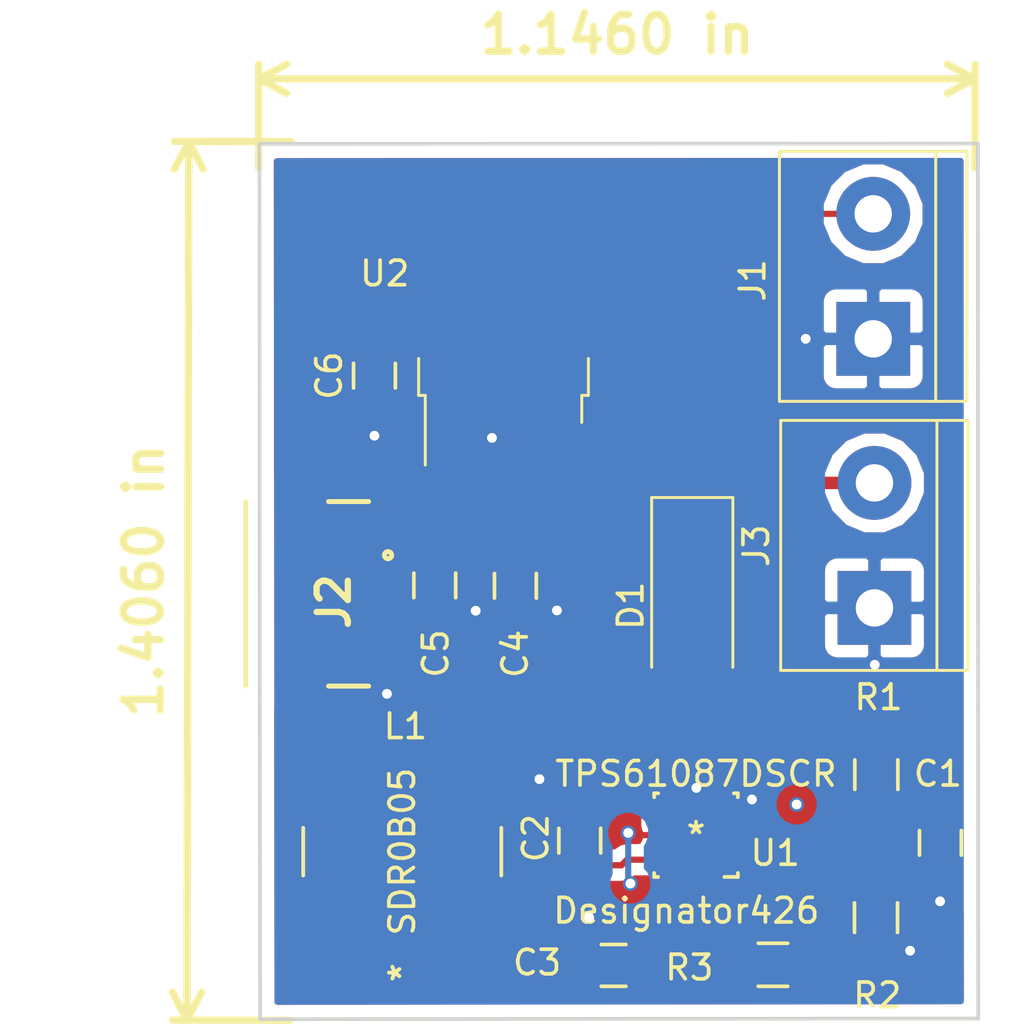
<source format=kicad_pcb>
(kicad_pcb (version 4) (host pcbnew 4.0.7)

  (general
    (links 38)
    (no_connects 0)
    (area 137.465999 85.776999 166.826001 121.512401)
    (thickness 1.6)
    (drawings 6)
    (tracks 101)
    (zones 0)
    (modules 16)
    (nets 13)
  )

  (page A4)
  (layers
    (0 F.Cu signal)
    (31 B.Cu signal)
    (32 B.Adhes user)
    (33 F.Adhes user)
    (34 B.Paste user)
    (35 F.Paste user)
    (36 B.SilkS user)
    (37 F.SilkS user)
    (38 B.Mask user)
    (39 F.Mask user)
    (40 Dwgs.User user)
    (41 Cmts.User user)
    (42 Eco1.User user)
    (43 Eco2.User user)
    (44 Edge.Cuts user)
    (45 Margin user)
    (46 B.CrtYd user)
    (47 F.CrtYd user)
    (48 B.Fab user)
    (49 F.Fab user)
  )

  (setup
    (last_trace_width 0.25)
    (user_trace_width 0.127)
    (user_trace_width 0.254)
    (user_trace_width 0.508)
    (user_trace_width 1)
    (user_trace_width 1.5)
    (trace_clearance 0.2)
    (zone_clearance 0.508)
    (zone_45_only no)
    (trace_min 0.127)
    (segment_width 0.2)
    (edge_width 0.15)
    (via_size 0.6)
    (via_drill 0.4)
    (via_min_size 0.5)
    (via_min_drill 0.4)
    (uvia_size 0.3)
    (uvia_drill 0.1)
    (uvias_allowed no)
    (uvia_min_size 0.2)
    (uvia_min_drill 0.1)
    (pcb_text_width 0.3)
    (pcb_text_size 1.5 1.5)
    (mod_edge_width 0.15)
    (mod_text_size 1 1)
    (mod_text_width 0.15)
    (pad_size 1.524 1.524)
    (pad_drill 0.762)
    (pad_to_mask_clearance 0.2)
    (aux_axis_origin 0 0)
    (visible_elements 7FFFFFFF)
    (pcbplotparams
      (layerselection 0x01030_80000001)
      (usegerberextensions false)
      (excludeedgelayer true)
      (linewidth 0.100000)
      (plotframeref false)
      (viasonmask false)
      (mode 1)
      (useauxorigin false)
      (hpglpennumber 1)
      (hpglpenspeed 20)
      (hpglpendiameter 15)
      (hpglpenoverlay 2)
      (psnegative false)
      (psa4output false)
      (plotreference true)
      (plotvalue true)
      (plotinvisibletext false)
      (padsonsilk false)
      (subtractmaskfromsilk false)
      (outputformat 1)
      (mirror false)
      (drillshape 0)
      (scaleselection 1)
      (outputdirectory gerbers/))
  )

  (net 0 "")
  (net 1 +12V)
  (net 2 GND)
  (net 3 "Net-(C2-Pad1)")
  (net 4 "Net-(C3-Pad1)")
  (net 5 +5V)
  (net 6 +3V3)
  (net 7 "Net-(D1-Pad2)")
  (net 8 "Net-(J2-Pad2)")
  (net 9 "Net-(J2-Pad3)")
  (net 10 "Net-(J2-Pad4)")
  (net 11 "Net-(R1-Pad2)")
  (net 12 "Net-(R3-Pad1)")

  (net_class Default "Esta es la clase de red por defecto."
    (clearance 0.2)
    (trace_width 0.25)
    (via_dia 0.6)
    (via_drill 0.4)
    (uvia_dia 0.3)
    (uvia_drill 0.1)
    (add_net +12V)
    (add_net +3V3)
    (add_net +5V)
    (add_net GND)
    (add_net "Net-(C2-Pad1)")
    (add_net "Net-(C3-Pad1)")
    (add_net "Net-(D1-Pad2)")
    (add_net "Net-(J2-Pad2)")
    (add_net "Net-(J2-Pad3)")
    (add_net "Net-(J2-Pad4)")
    (add_net "Net-(R1-Pad2)")
    (add_net "Net-(R3-Pad1)")
  )

  (module footprints:47346-0001 (layer F.Cu) (tedit 0) (tstamp 5F611133)
    (at 136.9785 104.152 90)
    (descr 47346-0001)
    (tags Connector)
    (path /5F5A522F)
    (attr smd)
    (fp_text reference J2 (at -0.313 3.58 90) (layer F.SilkS)
      (effects (font (size 1.27 1.27) (thickness 0.254)))
    )
    (fp_text value USB_OTG (at -0.313 3.58 90) (layer F.SilkS) hide
      (effects (font (size 1.27 1.27) (thickness 0.254)))
    )
    (fp_text user %R (at -0.313 3.58 90) (layer F.Fab)
      (effects (font (size 1.27 1.27) (thickness 0.254)))
    )
    (fp_line (start -3.75 0) (end 3.75 0) (layer F.Fab) (width 0.2))
    (fp_line (start 3.75 0) (end 3.75 5) (layer F.Fab) (width 0.2))
    (fp_line (start 3.75 5) (end -3.75 5) (layer F.Fab) (width 0.2))
    (fp_line (start -3.75 5) (end -3.75 0) (layer F.Fab) (width 0.2))
    (fp_line (start -3.75 0) (end 3.75 0) (layer F.SilkS) (width 0.2))
    (fp_line (start 3.75 5) (end 3.75 3.373) (layer F.SilkS) (width 0.2))
    (fp_line (start -3.75 5) (end -3.75 3.373) (layer F.SilkS) (width 0.2))
    (fp_circle (center 1.572 5.79) (end 1.572 5.83589) (layer F.SilkS) (width 0.2))
    (pad 1 smd rect (at 1.3 4.81 90) (size 0.45 1.38) (layers F.Cu F.Paste F.Mask)
      (net 5 +5V))
    (pad 2 smd rect (at 0.65 4.81 90) (size 0.45 1.38) (layers F.Cu F.Paste F.Mask)
      (net 8 "Net-(J2-Pad2)"))
    (pad 3 smd rect (at 0 4.81 90) (size 0.45 1.38) (layers F.Cu F.Paste F.Mask)
      (net 9 "Net-(J2-Pad3)"))
    (pad 4 smd rect (at -0.65 4.81 90) (size 0.45 1.38) (layers F.Cu F.Paste F.Mask)
      (net 10 "Net-(J2-Pad4)"))
    (pad 5 smd rect (at -1.3 4.81 90) (size 0.45 1.38) (layers F.Cu F.Paste F.Mask)
      (net 2 GND))
    (pad 6 smd rect (at -2.4525 4.45 90) (size 1.475 2.1) (layers F.Cu F.Paste F.Mask)
      (net 2 GND))
    (pad 7 smd rect (at 2.4525 4.45 90) (size 1.475 2.1) (layers F.Cu F.Paste F.Mask))
    (pad 8 smd rect (at 0.8375 2.15 90) (size 1.175 1.9) (layers F.Cu F.Paste F.Mask))
    (pad 9 smd rect (at -0.8375 2.15 90) (size 1.175 1.9) (layers F.Cu F.Paste F.Mask))
    (pad 10 smd rect (at 2.9125 2.15 180) (size 1.9 2.375) (layers F.Cu F.Paste F.Mask))
    (pad 11 smd rect (at -2.9125 2.15 180) (size 1.9 2.375) (layers F.Cu F.Paste F.Mask))
    (model C:\Users\mebri\Downloads\SamacSys_Parts.3dshapes\47346-0001.stp
      (at (xyz 0 -0.092519681284747 0.047244096365501))
      (scale (xyz 1 1 1))
      (rotate (xyz -90 0 -180))
    )
  )

  (module footprints:C_0805 (layer F.Cu) (tedit 5415D6EA) (tstamp 5F61109E)
    (at 165.2143 114.2713 270)
    (descr "Capacitor SMD 0805, reflow soldering, AVX (see smccp.pdf)")
    (tags "capacitor 0805")
    (path /5F5A810E)
    (attr smd)
    (fp_text reference C1 (at -2.8067 0.1016 360) (layer F.SilkS)
      (effects (font (size 1 1) (thickness 0.15)))
    )
    (fp_text value 22uf (at -0.2253 -0.1016 270) (layer F.Fab)
      (effects (font (size 1 1) (thickness 0.15)))
    )
    (fp_line (start -1 0.625) (end -1 -0.625) (layer F.Fab) (width 0.15))
    (fp_line (start 1 0.625) (end -1 0.625) (layer F.Fab) (width 0.15))
    (fp_line (start 1 -0.625) (end 1 0.625) (layer F.Fab) (width 0.15))
    (fp_line (start -1 -0.625) (end 1 -0.625) (layer F.Fab) (width 0.15))
    (fp_line (start -1.8 -1) (end 1.8 -1) (layer F.CrtYd) (width 0.05))
    (fp_line (start -1.8 1) (end 1.8 1) (layer F.CrtYd) (width 0.05))
    (fp_line (start -1.8 -1) (end -1.8 1) (layer F.CrtYd) (width 0.05))
    (fp_line (start 1.8 -1) (end 1.8 1) (layer F.CrtYd) (width 0.05))
    (fp_line (start 0.5 -0.85) (end -0.5 -0.85) (layer F.SilkS) (width 0.15))
    (fp_line (start -0.5 0.85) (end 0.5 0.85) (layer F.SilkS) (width 0.15))
    (pad 1 smd rect (at -1 0 270) (size 1 1.25) (layers F.Cu F.Paste F.Mask)
      (net 1 +12V))
    (pad 2 smd rect (at 1 0 270) (size 1 1.25) (layers F.Cu F.Paste F.Mask)
      (net 2 GND))
    (model Capacitors_SMD.3dshapes/C_0805.wrl
      (at (xyz 0 0 0))
      (scale (xyz 1 1 1))
      (rotate (xyz 0 0 0))
    )
  )

  (module footprints:C_0805 (layer F.Cu) (tedit 5415D6EA) (tstamp 5F6110AE)
    (at 150.5585 114.1824 90)
    (descr "Capacitor SMD 0805, reflow soldering, AVX (see smccp.pdf)")
    (tags "capacitor 0805")
    (path /5F5A81C9)
    (attr smd)
    (fp_text reference C2 (at 0.1016 -1.7907 90) (layer F.SilkS)
      (effects (font (size 1 1) (thickness 0.15)))
    )
    (fp_text value 100nf (at 0.0508 0 90) (layer F.Fab)
      (effects (font (size 1 1) (thickness 0.15)))
    )
    (fp_line (start -1 0.625) (end -1 -0.625) (layer F.Fab) (width 0.15))
    (fp_line (start 1 0.625) (end -1 0.625) (layer F.Fab) (width 0.15))
    (fp_line (start 1 -0.625) (end 1 0.625) (layer F.Fab) (width 0.15))
    (fp_line (start -1 -0.625) (end 1 -0.625) (layer F.Fab) (width 0.15))
    (fp_line (start -1.8 -1) (end 1.8 -1) (layer F.CrtYd) (width 0.05))
    (fp_line (start -1.8 1) (end 1.8 1) (layer F.CrtYd) (width 0.05))
    (fp_line (start -1.8 -1) (end -1.8 1) (layer F.CrtYd) (width 0.05))
    (fp_line (start 1.8 -1) (end 1.8 1) (layer F.CrtYd) (width 0.05))
    (fp_line (start 0.5 -0.85) (end -0.5 -0.85) (layer F.SilkS) (width 0.15))
    (fp_line (start -0.5 0.85) (end 0.5 0.85) (layer F.SilkS) (width 0.15))
    (pad 1 smd rect (at -1 0 90) (size 1 1.25) (layers F.Cu F.Paste F.Mask)
      (net 3 "Net-(C2-Pad1)"))
    (pad 2 smd rect (at 1 0 90) (size 1 1.25) (layers F.Cu F.Paste F.Mask)
      (net 2 GND))
    (model Capacitors_SMD.3dshapes/C_0805.wrl
      (at (xyz 0 0 0))
      (scale (xyz 1 1 1))
      (rotate (xyz 0 0 0))
    )
  )

  (module footprints:C_0805 (layer F.Cu) (tedit 5415D6EA) (tstamp 5F6110BE)
    (at 151.9334 119.253 180)
    (descr "Capacitor SMD 0805, reflow soldering, AVX (see smccp.pdf)")
    (tags "capacitor 0805")
    (path /5F5A519F)
    (attr smd)
    (fp_text reference C3 (at 3.1082 0.1143 180) (layer F.SilkS)
      (effects (font (size 1 1) (thickness 0.15)))
    )
    (fp_text value 820pf (at -0.0922 0.1778 180) (layer F.Fab)
      (effects (font (size 1 1) (thickness 0.15)))
    )
    (fp_line (start -1 0.625) (end -1 -0.625) (layer F.Fab) (width 0.15))
    (fp_line (start 1 0.625) (end -1 0.625) (layer F.Fab) (width 0.15))
    (fp_line (start 1 -0.625) (end 1 0.625) (layer F.Fab) (width 0.15))
    (fp_line (start -1 -0.625) (end 1 -0.625) (layer F.Fab) (width 0.15))
    (fp_line (start -1.8 -1) (end 1.8 -1) (layer F.CrtYd) (width 0.05))
    (fp_line (start -1.8 1) (end 1.8 1) (layer F.CrtYd) (width 0.05))
    (fp_line (start -1.8 -1) (end -1.8 1) (layer F.CrtYd) (width 0.05))
    (fp_line (start 1.8 -1) (end 1.8 1) (layer F.CrtYd) (width 0.05))
    (fp_line (start 0.5 -0.85) (end -0.5 -0.85) (layer F.SilkS) (width 0.15))
    (fp_line (start -0.5 0.85) (end 0.5 0.85) (layer F.SilkS) (width 0.15))
    (pad 1 smd rect (at -1 0 180) (size 1 1.25) (layers F.Cu F.Paste F.Mask)
      (net 4 "Net-(C3-Pad1)"))
    (pad 2 smd rect (at 1 0 180) (size 1 1.25) (layers F.Cu F.Paste F.Mask)
      (net 2 GND))
    (model Capacitors_SMD.3dshapes/C_0805.wrl
      (at (xyz 0 0 0))
      (scale (xyz 1 1 1))
      (rotate (xyz 0 0 0))
    )
  )

  (module footprints:C_0805 (layer F.Cu) (tedit 5415D6EA) (tstamp 5F6110CE)
    (at 147.9423 103.8258 270)
    (descr "Capacitor SMD 0805, reflow soldering, AVX (see smccp.pdf)")
    (tags "capacitor 0805")
    (path /5F5A8189)
    (attr smd)
    (fp_text reference C4 (at 2.7653 0.0127 270) (layer F.SilkS)
      (effects (font (size 1 1) (thickness 0.15)))
    )
    (fp_text value 10uf (at 0.0221 0.0635 270) (layer F.Fab)
      (effects (font (size 1 1) (thickness 0.15)))
    )
    (fp_line (start -1 0.625) (end -1 -0.625) (layer F.Fab) (width 0.15))
    (fp_line (start 1 0.625) (end -1 0.625) (layer F.Fab) (width 0.15))
    (fp_line (start 1 -0.625) (end 1 0.625) (layer F.Fab) (width 0.15))
    (fp_line (start -1 -0.625) (end 1 -0.625) (layer F.Fab) (width 0.15))
    (fp_line (start -1.8 -1) (end 1.8 -1) (layer F.CrtYd) (width 0.05))
    (fp_line (start -1.8 1) (end 1.8 1) (layer F.CrtYd) (width 0.05))
    (fp_line (start -1.8 -1) (end -1.8 1) (layer F.CrtYd) (width 0.05))
    (fp_line (start 1.8 -1) (end 1.8 1) (layer F.CrtYd) (width 0.05))
    (fp_line (start 0.5 -0.85) (end -0.5 -0.85) (layer F.SilkS) (width 0.15))
    (fp_line (start -0.5 0.85) (end 0.5 0.85) (layer F.SilkS) (width 0.15))
    (pad 1 smd rect (at -1 0 270) (size 1 1.25) (layers F.Cu F.Paste F.Mask)
      (net 5 +5V))
    (pad 2 smd rect (at 1 0 270) (size 1 1.25) (layers F.Cu F.Paste F.Mask)
      (net 2 GND))
    (model Capacitors_SMD.3dshapes/C_0805.wrl
      (at (xyz 0 0 0))
      (scale (xyz 1 1 1))
      (rotate (xyz 0 0 0))
    )
  )

  (module footprints:C_0805 (layer F.Cu) (tedit 5415D6EA) (tstamp 5F6110DE)
    (at 144.6657 103.8098 270)
    (descr "Capacitor SMD 0805, reflow soldering, AVX (see smccp.pdf)")
    (tags "capacitor 0805")
    (path /5F5A814A)
    (attr smd)
    (fp_text reference C5 (at 2.7686 -0.0381 270) (layer F.SilkS)
      (effects (font (size 1 1) (thickness 0.15)))
    )
    (fp_text value 1uf (at -0.0635 0.0762 270) (layer F.Fab)
      (effects (font (size 1 1) (thickness 0.15)))
    )
    (fp_line (start -1 0.625) (end -1 -0.625) (layer F.Fab) (width 0.15))
    (fp_line (start 1 0.625) (end -1 0.625) (layer F.Fab) (width 0.15))
    (fp_line (start 1 -0.625) (end 1 0.625) (layer F.Fab) (width 0.15))
    (fp_line (start -1 -0.625) (end 1 -0.625) (layer F.Fab) (width 0.15))
    (fp_line (start -1.8 -1) (end 1.8 -1) (layer F.CrtYd) (width 0.05))
    (fp_line (start -1.8 1) (end 1.8 1) (layer F.CrtYd) (width 0.05))
    (fp_line (start -1.8 -1) (end -1.8 1) (layer F.CrtYd) (width 0.05))
    (fp_line (start 1.8 -1) (end 1.8 1) (layer F.CrtYd) (width 0.05))
    (fp_line (start 0.5 -0.85) (end -0.5 -0.85) (layer F.SilkS) (width 0.15))
    (fp_line (start -0.5 0.85) (end 0.5 0.85) (layer F.SilkS) (width 0.15))
    (pad 1 smd rect (at -1 0 270) (size 1 1.25) (layers F.Cu F.Paste F.Mask)
      (net 5 +5V))
    (pad 2 smd rect (at 1 0 270) (size 1 1.25) (layers F.Cu F.Paste F.Mask)
      (net 2 GND))
    (model Capacitors_SMD.3dshapes/C_0805.wrl
      (at (xyz 0 0 0))
      (scale (xyz 1 1 1))
      (rotate (xyz 0 0 0))
    )
  )

  (module footprints:C_0805 (layer F.Cu) (tedit 5415D6EA) (tstamp 5F6110EE)
    (at 142.2146 95.2848 270)
    (descr "Capacitor SMD 0805, reflow soldering, AVX (see smccp.pdf)")
    (tags "capacitor 0805")
    (path /5F5AA63A)
    (attr smd)
    (fp_text reference C6 (at 0 1.8415 270) (layer F.SilkS)
      (effects (font (size 1 1) (thickness 0.15)))
    )
    (fp_text value 10uf (at -0.0381 0.1016 270) (layer F.Fab)
      (effects (font (size 1 1) (thickness 0.15)))
    )
    (fp_line (start -1 0.625) (end -1 -0.625) (layer F.Fab) (width 0.15))
    (fp_line (start 1 0.625) (end -1 0.625) (layer F.Fab) (width 0.15))
    (fp_line (start 1 -0.625) (end 1 0.625) (layer F.Fab) (width 0.15))
    (fp_line (start -1 -0.625) (end 1 -0.625) (layer F.Fab) (width 0.15))
    (fp_line (start -1.8 -1) (end 1.8 -1) (layer F.CrtYd) (width 0.05))
    (fp_line (start -1.8 1) (end 1.8 1) (layer F.CrtYd) (width 0.05))
    (fp_line (start -1.8 -1) (end -1.8 1) (layer F.CrtYd) (width 0.05))
    (fp_line (start 1.8 -1) (end 1.8 1) (layer F.CrtYd) (width 0.05))
    (fp_line (start 0.5 -0.85) (end -0.5 -0.85) (layer F.SilkS) (width 0.15))
    (fp_line (start -0.5 0.85) (end 0.5 0.85) (layer F.SilkS) (width 0.15))
    (pad 1 smd rect (at -1 0 270) (size 1 1.25) (layers F.Cu F.Paste F.Mask)
      (net 6 +3V3))
    (pad 2 smd rect (at 1 0 270) (size 1 1.25) (layers F.Cu F.Paste F.Mask)
      (net 2 GND))
    (model Capacitors_SMD.3dshapes/C_0805.wrl
      (at (xyz 0 0 0))
      (scale (xyz 1 1 1))
      (rotate (xyz 0 0 0))
    )
  )

  (module footprints:D_SMA_Handsoldering (layer F.Cu) (tedit 58643398) (tstamp 5F611106)
    (at 155.1305 104.6372 270)
    (descr "Diode SMA (DO-214AC) Handsoldering")
    (tags "Diode SMA (DO-214AC) Handsoldering")
    (path /5F5A84E7)
    (attr smd)
    (fp_text reference D1 (at -0.0019 2.5019 270) (layer F.SilkS)
      (effects (font (size 1 1) (thickness 0.15)))
    )
    (fp_text value B340A-113-F (at -0.0019 0.3302 270) (layer F.Fab)
      (effects (font (size 1 1) (thickness 0.15)))
    )
    (fp_text user %R (at -0.6985 -1.0795 270) (layer F.Fab)
      (effects (font (size 1 1) (thickness 0.15)))
    )
    (fp_line (start -4.4 -1.65) (end -4.4 1.65) (layer F.SilkS) (width 0.12))
    (fp_line (start 2.3 1.5) (end -2.3 1.5) (layer F.Fab) (width 0.1))
    (fp_line (start -2.3 1.5) (end -2.3 -1.5) (layer F.Fab) (width 0.1))
    (fp_line (start 2.3 -1.5) (end 2.3 1.5) (layer F.Fab) (width 0.1))
    (fp_line (start 2.3 -1.5) (end -2.3 -1.5) (layer F.Fab) (width 0.1))
    (fp_line (start -4.5 -1.75) (end 4.5 -1.75) (layer F.CrtYd) (width 0.05))
    (fp_line (start 4.5 -1.75) (end 4.5 1.75) (layer F.CrtYd) (width 0.05))
    (fp_line (start 4.5 1.75) (end -4.5 1.75) (layer F.CrtYd) (width 0.05))
    (fp_line (start -4.5 1.75) (end -4.5 -1.75) (layer F.CrtYd) (width 0.05))
    (fp_line (start -0.64944 0.00102) (end -1.55114 0.00102) (layer F.Fab) (width 0.1))
    (fp_line (start 0.50118 0.00102) (end 1.4994 0.00102) (layer F.Fab) (width 0.1))
    (fp_line (start -0.64944 -0.79908) (end -0.64944 0.80112) (layer F.Fab) (width 0.1))
    (fp_line (start 0.50118 0.75032) (end 0.50118 -0.79908) (layer F.Fab) (width 0.1))
    (fp_line (start -0.64944 0.00102) (end 0.50118 0.75032) (layer F.Fab) (width 0.1))
    (fp_line (start -0.64944 0.00102) (end 0.50118 -0.79908) (layer F.Fab) (width 0.1))
    (fp_line (start -4.4 1.65) (end 2.5 1.65) (layer F.SilkS) (width 0.12))
    (fp_line (start -4.4 -1.65) (end 2.5 -1.65) (layer F.SilkS) (width 0.12))
    (pad 1 smd rect (at -2.5 0 270) (size 3.5 1.8) (layers F.Cu F.Paste F.Mask)
      (net 1 +12V))
    (pad 2 smd rect (at 2.5 0 270) (size 3.5 1.8) (layers F.Cu F.Paste F.Mask)
      (net 7 "Net-(D1-Pad2)"))
    (model ${KISYS3DMOD}/Diodes_SMD.3dshapes/D_SMA.wrl
      (at (xyz 0 0 0))
      (scale (xyz 1 1 1))
      (rotate (xyz 0 0 0))
    )
  )

  (module footprints:TerminalBlock_bornier-2_P5.08mm (layer F.Cu) (tedit 59FF03AB) (tstamp 5F61111B)
    (at 162.4838 93.7895 90)
    (descr "simple 2-pin terminal block, pitch 5.08mm, revamped version of bornier2")
    (tags "terminal block bornier2")
    (path /5F5AA803)
    (fp_text reference J1 (at 2.3749 -4.9022 90) (layer F.SilkS)
      (effects (font (size 1 1) (thickness 0.15)))
    )
    (fp_text value Conn_01x02 (at 2.54 5.08 90) (layer F.Fab)
      (effects (font (size 1 1) (thickness 0.15)))
    )
    (fp_text user %R (at 2.54 0 90) (layer F.Fab)
      (effects (font (size 1 1) (thickness 0.15)))
    )
    (fp_line (start -2.41 2.55) (end 7.49 2.55) (layer F.Fab) (width 0.1))
    (fp_line (start -2.46 -3.75) (end -2.46 3.75) (layer F.Fab) (width 0.1))
    (fp_line (start -2.46 3.75) (end 7.54 3.75) (layer F.Fab) (width 0.1))
    (fp_line (start 7.54 3.75) (end 7.54 -3.75) (layer F.Fab) (width 0.1))
    (fp_line (start 7.54 -3.75) (end -2.46 -3.75) (layer F.Fab) (width 0.1))
    (fp_line (start 7.62 2.54) (end -2.54 2.54) (layer F.SilkS) (width 0.12))
    (fp_line (start 7.62 3.81) (end 7.62 -3.81) (layer F.SilkS) (width 0.12))
    (fp_line (start 7.62 -3.81) (end -2.54 -3.81) (layer F.SilkS) (width 0.12))
    (fp_line (start -2.54 -3.81) (end -2.54 3.81) (layer F.SilkS) (width 0.12))
    (fp_line (start -2.54 3.81) (end 7.62 3.81) (layer F.SilkS) (width 0.12))
    (fp_line (start -2.71 -4) (end 7.79 -4) (layer F.CrtYd) (width 0.05))
    (fp_line (start -2.71 -4) (end -2.71 4) (layer F.CrtYd) (width 0.05))
    (fp_line (start 7.79 4) (end 7.79 -4) (layer F.CrtYd) (width 0.05))
    (fp_line (start 7.79 4) (end -2.71 4) (layer F.CrtYd) (width 0.05))
    (pad 1 thru_hole rect (at 0 0 90) (size 3 3) (drill 1.52) (layers *.Cu *.Mask)
      (net 2 GND))
    (pad 2 thru_hole circle (at 5.08 0 90) (size 3 3) (drill 1.52) (layers *.Cu *.Mask)
      (net 6 +3V3))
    (model ${KISYS3DMOD}/TerminalBlock.3dshapes/TerminalBlock_bornier-2_P5.08mm.wrl
      (at (xyz 0.1 0 0))
      (scale (xyz 1 1 1))
      (rotate (xyz 0 0 0))
    )
  )

  (module footprints:TerminalBlock_bornier-2_P5.08mm (layer F.Cu) (tedit 59FF03AB) (tstamp 5F611148)
    (at 162.5346 104.7242 90)
    (descr "simple 2-pin terminal block, pitch 5.08mm, revamped version of bornier2")
    (tags "terminal block bornier2")
    (path /5F5B0ED8)
    (fp_text reference J3 (at 2.5273 -4.8006 90) (layer F.SilkS)
      (effects (font (size 1 1) (thickness 0.15)))
    )
    (fp_text value Conn_01x02 (at 2.54 5.08 90) (layer F.Fab)
      (effects (font (size 1 1) (thickness 0.15)))
    )
    (fp_text user %R (at 2.54 0 90) (layer F.Fab)
      (effects (font (size 1 1) (thickness 0.15)))
    )
    (fp_line (start -2.41 2.55) (end 7.49 2.55) (layer F.Fab) (width 0.1))
    (fp_line (start -2.46 -3.75) (end -2.46 3.75) (layer F.Fab) (width 0.1))
    (fp_line (start -2.46 3.75) (end 7.54 3.75) (layer F.Fab) (width 0.1))
    (fp_line (start 7.54 3.75) (end 7.54 -3.75) (layer F.Fab) (width 0.1))
    (fp_line (start 7.54 -3.75) (end -2.46 -3.75) (layer F.Fab) (width 0.1))
    (fp_line (start 7.62 2.54) (end -2.54 2.54) (layer F.SilkS) (width 0.12))
    (fp_line (start 7.62 3.81) (end 7.62 -3.81) (layer F.SilkS) (width 0.12))
    (fp_line (start 7.62 -3.81) (end -2.54 -3.81) (layer F.SilkS) (width 0.12))
    (fp_line (start -2.54 -3.81) (end -2.54 3.81) (layer F.SilkS) (width 0.12))
    (fp_line (start -2.54 3.81) (end 7.62 3.81) (layer F.SilkS) (width 0.12))
    (fp_line (start -2.71 -4) (end 7.79 -4) (layer F.CrtYd) (width 0.05))
    (fp_line (start -2.71 -4) (end -2.71 4) (layer F.CrtYd) (width 0.05))
    (fp_line (start 7.79 4) (end 7.79 -4) (layer F.CrtYd) (width 0.05))
    (fp_line (start 7.79 4) (end -2.71 4) (layer F.CrtYd) (width 0.05))
    (pad 1 thru_hole rect (at 0 0 90) (size 3 3) (drill 1.52) (layers *.Cu *.Mask)
      (net 2 GND))
    (pad 2 thru_hole circle (at 5.08 0 90) (size 3 3) (drill 1.52) (layers *.Cu *.Mask)
      (net 1 +12V))
    (model ${KISYS3DMOD}/TerminalBlock.3dshapes/TerminalBlock_bornier-2_P5.08mm.wrl
      (at (xyz 0.1 0 0))
      (scale (xyz 1 1 1))
      (rotate (xyz 0 0 0))
    )
  )

  (module footprints:SDR0805-332KL (layer F.Cu) (tedit 0) (tstamp 5F611161)
    (at 143.3449 114.6302 90)
    (path /5F5A854F)
    (fp_text reference L1 (at 5.0927 0.127 180) (layer F.SilkS)
      (effects (font (size 1 1) (thickness 0.15)))
    )
    (fp_text value SDR0B05 (at 0 0 90) (layer F.SilkS)
      (effects (font (size 1 1) (thickness 0.15)))
    )
    (fp_text user "Copyright 2016 Accelerated Designs. All rights reserved." (at 0 0 90) (layer Cmts.User)
      (effects (font (size 0.127 0.127) (thickness 0.002)))
    )
    (fp_text user * (at -4.9149 0 90) (layer F.SilkS)
      (effects (font (size 1 1) (thickness 0.15)))
    )
    (fp_text user * (at -3.3909 0 90) (layer F.Fab)
      (effects (font (size 1 1) (thickness 0.15)))
    )
    (fp_text user * (at -3.3909 0 90) (layer F.Fab)
      (effects (font (size 1 1) (thickness 0.15)))
    )
    (fp_text user * (at -4.9149 0 90) (layer F.SilkS)
      (effects (font (size 1 1) (thickness 0.15)))
    )
    (fp_line (start -0.969981 4.0259) (end 0.969981 4.0259) (layer F.SilkS) (width 0.1524))
    (fp_line (start 0.969981 -4.0259) (end -0.969981 -4.0259) (layer F.SilkS) (width 0.1524))
    (fp_line (start -1.94945 -3.8989) (end -3.8989 -1.94945) (layer F.Fab) (width 0.1524))
    (fp_line (start -3.8989 -1.94945) (end -3.8989 1.94945) (layer F.Fab) (width 0.1524))
    (fp_line (start -3.8989 1.94945) (end -1.94945 3.8989) (layer F.Fab) (width 0.1524))
    (fp_line (start -1.94945 3.8989) (end 1.94945 3.8989) (layer F.Fab) (width 0.1524))
    (fp_line (start 1.94945 3.8989) (end 3.8989 1.94945) (layer F.Fab) (width 0.1524))
    (fp_line (start 3.8989 1.94945) (end 3.8989 -1.94945) (layer F.Fab) (width 0.1524))
    (fp_line (start 3.8989 -1.94945) (end 1.94945 -3.8989) (layer F.Fab) (width 0.1524))
    (fp_line (start 1.94945 -3.8989) (end -1.94945 -3.8989) (layer F.Fab) (width 0.1524))
    (fp_line (start -4.26085 4.2545) (end -4.26085 -4.2545) (layer F.CrtYd) (width 0.1524))
    (fp_line (start -4.26085 -4.2545) (end 4.26085 -4.2545) (layer F.CrtYd) (width 0.1524))
    (fp_line (start 4.26085 -4.2545) (end 4.26085 4.2545) (layer F.CrtYd) (width 0.1524))
    (fp_line (start 4.26085 4.2545) (end -4.26085 4.2545) (layer F.CrtYd) (width 0.1524))
    (pad 1 smd rect (at -2.6543 0 90) (size 2.7051 8.001) (layers F.Cu F.Paste F.Mask)
      (net 5 +5V))
    (pad 2 smd rect (at 2.6543 0 90) (size 2.7051 8.001) (layers F.Cu F.Paste F.Mask)
      (net 7 "Net-(D1-Pad2)"))
  )

  (module footprints:R_0805_HandSoldering (layer F.Cu) (tedit 58307B90) (tstamp 5F611171)
    (at 162.611167 111.499599 270)
    (descr "Resistor SMD 0805, hand soldering")
    (tags "resistor 0805")
    (path /5F5A7FD9)
    (attr smd)
    (fp_text reference R1 (at -3.143199 -0.088533 360) (layer F.SilkS)
      (effects (font (size 1 1) (thickness 0.15)))
    )
    (fp_text value 232k (at -0.0508 0.0381 270) (layer F.Fab)
      (effects (font (size 1 1) (thickness 0.15)))
    )
    (fp_line (start -1 0.625) (end -1 -0.625) (layer F.Fab) (width 0.1))
    (fp_line (start 1 0.625) (end -1 0.625) (layer F.Fab) (width 0.1))
    (fp_line (start 1 -0.625) (end 1 0.625) (layer F.Fab) (width 0.1))
    (fp_line (start -1 -0.625) (end 1 -0.625) (layer F.Fab) (width 0.1))
    (fp_line (start -2.4 -1) (end 2.4 -1) (layer F.CrtYd) (width 0.05))
    (fp_line (start -2.4 1) (end 2.4 1) (layer F.CrtYd) (width 0.05))
    (fp_line (start -2.4 -1) (end -2.4 1) (layer F.CrtYd) (width 0.05))
    (fp_line (start 2.4 -1) (end 2.4 1) (layer F.CrtYd) (width 0.05))
    (fp_line (start 0.6 0.875) (end -0.6 0.875) (layer F.SilkS) (width 0.15))
    (fp_line (start -0.6 -0.875) (end 0.6 -0.875) (layer F.SilkS) (width 0.15))
    (pad 1 smd rect (at -1.35 0 270) (size 1.5 1.3) (layers F.Cu F.Paste F.Mask)
      (net 1 +12V))
    (pad 2 smd rect (at 1.35 0 270) (size 1.5 1.3) (layers F.Cu F.Paste F.Mask)
      (net 11 "Net-(R1-Pad2)"))
    (model Resistors_SMD.3dshapes/R_0805_HandSoldering.wrl
      (at (xyz 0 0 0))
      (scale (xyz 1 1 1))
      (rotate (xyz 0 0 0))
    )
  )

  (module footprints:R_0805_HandSoldering (layer F.Cu) (tedit 58307B90) (tstamp 5F611181)
    (at 162.5981 117.3137 270)
    (descr "Resistor SMD 0805, hand soldering")
    (tags "resistor 0805")
    (path /5F5A5172)
    (attr smd)
    (fp_text reference R2 (at 3.1585 -0.0508 360) (layer F.SilkS)
      (effects (font (size 1 1) (thickness 0.15)))
    )
    (fp_text value 26.7k (at -0.2413 -0.0254 270) (layer F.Fab)
      (effects (font (size 1 1) (thickness 0.15)))
    )
    (fp_line (start -1 0.625) (end -1 -0.625) (layer F.Fab) (width 0.1))
    (fp_line (start 1 0.625) (end -1 0.625) (layer F.Fab) (width 0.1))
    (fp_line (start 1 -0.625) (end 1 0.625) (layer F.Fab) (width 0.1))
    (fp_line (start -1 -0.625) (end 1 -0.625) (layer F.Fab) (width 0.1))
    (fp_line (start -2.4 -1) (end 2.4 -1) (layer F.CrtYd) (width 0.05))
    (fp_line (start -2.4 1) (end 2.4 1) (layer F.CrtYd) (width 0.05))
    (fp_line (start -2.4 -1) (end -2.4 1) (layer F.CrtYd) (width 0.05))
    (fp_line (start 2.4 -1) (end 2.4 1) (layer F.CrtYd) (width 0.05))
    (fp_line (start 0.6 0.875) (end -0.6 0.875) (layer F.SilkS) (width 0.15))
    (fp_line (start -0.6 -0.875) (end 0.6 -0.875) (layer F.SilkS) (width 0.15))
    (pad 1 smd rect (at -1.35 0 270) (size 1.5 1.3) (layers F.Cu F.Paste F.Mask)
      (net 11 "Net-(R1-Pad2)"))
    (pad 2 smd rect (at 1.35 0 270) (size 1.5 1.3) (layers F.Cu F.Paste F.Mask)
      (net 2 GND))
    (model Resistors_SMD.3dshapes/R_0805_HandSoldering.wrl
      (at (xyz 0 0 0))
      (scale (xyz 1 1 1))
      (rotate (xyz 0 0 0))
    )
  )

  (module footprints:R_0805_HandSoldering (layer F.Cu) (tedit 58307B90) (tstamp 5F611191)
    (at 158.4109 119.2276 180)
    (descr "Resistor SMD 0805, hand soldering")
    (tags "resistor 0805")
    (path /5F5A7F9F)
    (attr smd)
    (fp_text reference R3 (at 3.3998 -0.1143 180) (layer F.SilkS)
      (effects (font (size 1 1) (thickness 0.15)))
    )
    (fp_text value 105k (at -0.0673 0.0635 180) (layer F.Fab)
      (effects (font (size 1 1) (thickness 0.15)))
    )
    (fp_line (start -1 0.625) (end -1 -0.625) (layer F.Fab) (width 0.1))
    (fp_line (start 1 0.625) (end -1 0.625) (layer F.Fab) (width 0.1))
    (fp_line (start 1 -0.625) (end 1 0.625) (layer F.Fab) (width 0.1))
    (fp_line (start -1 -0.625) (end 1 -0.625) (layer F.Fab) (width 0.1))
    (fp_line (start -2.4 -1) (end 2.4 -1) (layer F.CrtYd) (width 0.05))
    (fp_line (start -2.4 1) (end 2.4 1) (layer F.CrtYd) (width 0.05))
    (fp_line (start -2.4 -1) (end -2.4 1) (layer F.CrtYd) (width 0.05))
    (fp_line (start 2.4 -1) (end 2.4 1) (layer F.CrtYd) (width 0.05))
    (fp_line (start 0.6 0.875) (end -0.6 0.875) (layer F.SilkS) (width 0.15))
    (fp_line (start -0.6 -0.875) (end 0.6 -0.875) (layer F.SilkS) (width 0.15))
    (pad 1 smd rect (at -1.35 0 180) (size 1.5 1.3) (layers F.Cu F.Paste F.Mask)
      (net 12 "Net-(R3-Pad1)"))
    (pad 2 smd rect (at 1.35 0 180) (size 1.5 1.3) (layers F.Cu F.Paste F.Mask)
      (net 4 "Net-(C3-Pad1)"))
    (model Resistors_SMD.3dshapes/R_0805_HandSoldering.wrl
      (at (xyz 0 0 0))
      (scale (xyz 1 1 1))
      (rotate (xyz 0 0 0))
    )
  )

  (module footprints:TPS61087DSCR (layer F.Cu) (tedit 0) (tstamp 5F6111B7)
    (at 155.2829 113.9571 180)
    (path /5F5A58DA)
    (fp_text reference U1 (at -3.218061 -0.726338 180) (layer F.SilkS)
      (effects (font (size 1 1) (thickness 0.15)))
    )
    (fp_text value TPS61087DSCR (at 0.000003 2.4892 180) (layer F.SilkS)
      (effects (font (size 1 1) (thickness 0.15)))
    )
    (fp_text user "Copyright 2016 Accelerated Designs. All rights reserved." (at 2.527303 1.7018 180) (layer Cmts.User)
      (effects (font (size 0.127 0.127) (thickness 0.002)))
    )
    (fp_text user * (at 0 0 180) (layer F.SilkS)
      (effects (font (size 1 1) (thickness 0.15)))
    )
    (fp_text user * (at 0 0 180) (layer F.Fab)
      (effects (font (size 1 1) (thickness 0.15)))
    )
    (fp_text user .Designator (at -1.4 0.675 180) (layer F.Fab)
      (effects (font (size 1 1) (thickness 0.15)))
    )
    (fp_text user .Designator (at -1.4 0.675 180) (layer Dwgs.User)
      (effects (font (size 1 1) (thickness 0.15)))
    )
    (fp_text user Designator426 (at 0.393703 -3.0734 180) (layer F.SilkS)
      (effects (font (size 1 1) (thickness 0.15)))
    )
    (fp_line (start -1.549999 1.549999) (end -1.549999 -1.549999) (layer F.Fab) (width 0.1524))
    (fp_line (start -1.549999 1.549999) (end 1.549999 1.549999) (layer F.Fab) (width 0.1524))
    (fp_line (start 1.549999 1.549999) (end 1.549999 -1.549999) (layer F.Fab) (width 0.1524))
    (fp_line (start -1.549999 -1.549999) (end 1.549999 -1.549999) (layer F.Fab) (width 0.1524))
    (fp_line (start -1.699999 -1.700002) (end -1.15 -1.700002) (layer F.SilkS) (width 0.1524))
    (fp_line (start -1.699999 -1.540002) (end -1.699999 -1.700002) (layer F.SilkS) (width 0.1524))
    (fp_line (start 1.700002 -1.540002) (end 1.700002 -1.700002) (layer F.SilkS) (width 0.1524))
    (fp_line (start 1.540002 -1.700002) (end 1.700002 -1.700002) (layer F.SilkS) (width 0.1524))
    (fp_line (start 1.540002 1.700002) (end 1.700002 1.700002) (layer F.SilkS) (width 0.1524))
    (fp_line (start 1.700002 1.700002) (end 1.700002 1.540002) (layer F.SilkS) (width 0.1524))
    (fp_line (start -1.700002 1.700002) (end -1.540002 1.700002) (layer F.SilkS) (width 0.1524))
    (fp_line (start -1.700002 1.700002) (end -1.700002 1.540002) (layer F.SilkS) (width 0.1524))
    (fp_line (start 0.733001 0.894001) (end 0.733001 -0.894999) (layer F.Paste) (width 0.1524))
    (fp_line (start 0.733001 -0.894999) (end -0.732998 -0.894999) (layer F.Paste) (width 0.1524))
    (fp_line (start -0.732998 -0.894999) (end -0.732998 0.894001) (layer F.Paste) (width 0.1524))
    (fp_line (start -0.732998 0.894001) (end 0.733001 0.894001) (layer F.Paste) (width 0.1524))
    (fp_circle (center -0.638 -0.783001) (end -0.338 -0.783001) (layer F.Fab) (width 0.1524))
    (pad 1 smd rect (at -1.4 -1.000001 270) (size 0.249999 0.599999) (layers F.Cu F.Paste F.Mask)
      (net 12 "Net-(R3-Pad1)"))
    (pad 2 smd rect (at -1.4 -0.499999 270) (size 0.249999 0.599999) (layers F.Cu F.Paste F.Mask)
      (net 11 "Net-(R1-Pad2)"))
    (pad 3 smd rect (at -1.4 0 270) (size 0.249999 0.599999) (layers F.Cu F.Paste F.Mask)
      (net 5 +5V))
    (pad 4 smd rect (at -1.4 0.499999 270) (size 0.249999 0.599999) (layers F.Cu F.Paste F.Mask)
      (net 2 GND))
    (pad 5 smd rect (at -1.4 1.000001 270) (size 0.249999 0.599999) (layers F.Cu F.Paste F.Mask)
      (net 2 GND))
    (pad 6 smd rect (at 1.4 1.000001 270) (size 0.249999 0.599999) (layers F.Cu F.Paste F.Mask)
      (net 7 "Net-(D1-Pad2)"))
    (pad 7 smd rect (at 1.4 0.499999 270) (size 0.249999 0.599999) (layers F.Cu F.Paste F.Mask)
      (net 7 "Net-(D1-Pad2)"))
    (pad 8 smd rect (at 1.4 0 270) (size 0.249999 0.599999) (layers F.Cu F.Paste F.Mask)
      (net 5 +5V))
    (pad 9 smd rect (at 1.4 -0.499999 270) (size 0.249999 0.599999) (layers F.Cu F.Paste F.Mask)
      (net 5 +5V))
    (pad 10 smd rect (at 1.4 -1.000001 270) (size 0.249999 0.599999) (layers F.Cu F.Paste F.Mask)
      (net 3 "Net-(C2-Pad1)"))
    (pad 11 smd rect (at 0.000003 0 180) (size 1.599999 2.000001) (layers F.Cu F.Paste F.Mask)
      (net 2 GND))
  )

  (module footprints:TO-252-2 (layer F.Cu) (tedit 590079C0) (tstamp 5F6111DB)
    (at 147.4597 93.6162 90)
    (descr "TO-252 / DPAK SMD package, http://www.infineon.com/cms/en/product/packages/PG-TO252/PG-TO252-3-1/")
    (tags "DPAK TO-252 DPAK-3 TO-252-3 SOT-428")
    (path /5F5A51C9)
    (attr smd)
    (fp_text reference U2 (at 2.481 -4.826 180) (layer F.SilkS)
      (effects (font (size 1 1) (thickness 0.15)))
    )
    (fp_text value LM1117-3.3 (at -0.3519 1.9879 90) (layer F.Fab)
      (effects (font (size 1 1) (thickness 0.15)))
    )
    (fp_line (start 3.95 -2.7) (end 4.95 -2.7) (layer F.Fab) (width 0.1))
    (fp_line (start 4.95 -2.7) (end 4.95 2.7) (layer F.Fab) (width 0.1))
    (fp_line (start 4.95 2.7) (end 3.95 2.7) (layer F.Fab) (width 0.1))
    (fp_line (start 3.95 -3.25) (end 3.95 3.25) (layer F.Fab) (width 0.1))
    (fp_line (start 3.95 3.25) (end -2.27 3.25) (layer F.Fab) (width 0.1))
    (fp_line (start -2.27 3.25) (end -2.27 -2.25) (layer F.Fab) (width 0.1))
    (fp_line (start -2.27 -2.25) (end -1.27 -3.25) (layer F.Fab) (width 0.1))
    (fp_line (start -1.27 -3.25) (end 3.95 -3.25) (layer F.Fab) (width 0.1))
    (fp_line (start -1.865 -2.655) (end -4.97 -2.655) (layer F.Fab) (width 0.1))
    (fp_line (start -4.97 -2.655) (end -4.97 -1.905) (layer F.Fab) (width 0.1))
    (fp_line (start -4.97 -1.905) (end -2.27 -1.905) (layer F.Fab) (width 0.1))
    (fp_line (start -2.27 1.905) (end -4.97 1.905) (layer F.Fab) (width 0.1))
    (fp_line (start -4.97 1.905) (end -4.97 2.655) (layer F.Fab) (width 0.1))
    (fp_line (start -4.97 2.655) (end -2.27 2.655) (layer F.Fab) (width 0.1))
    (fp_line (start -0.97 -3.45) (end -2.47 -3.45) (layer F.SilkS) (width 0.12))
    (fp_line (start -2.47 -3.45) (end -2.47 -3.18) (layer F.SilkS) (width 0.12))
    (fp_line (start -2.47 -3.18) (end -5.3 -3.18) (layer F.SilkS) (width 0.12))
    (fp_line (start -0.97 3.45) (end -2.47 3.45) (layer F.SilkS) (width 0.12))
    (fp_line (start -2.47 3.45) (end -2.47 3.18) (layer F.SilkS) (width 0.12))
    (fp_line (start -2.47 3.18) (end -3.57 3.18) (layer F.SilkS) (width 0.12))
    (fp_line (start -5.55 -3.5) (end -5.55 3.5) (layer F.CrtYd) (width 0.05))
    (fp_line (start -5.55 3.5) (end 5.55 3.5) (layer F.CrtYd) (width 0.05))
    (fp_line (start 5.55 3.5) (end 5.55 -3.5) (layer F.CrtYd) (width 0.05))
    (fp_line (start 5.55 -3.5) (end -5.55 -3.5) (layer F.CrtYd) (width 0.05))
    (fp_text user %R (at 0 0 90) (layer F.Fab)
      (effects (font (size 1 1) (thickness 0.15)))
    )
    (pad 1 smd rect (at -4.2 -2.28 90) (size 2.2 1.2) (layers F.Cu F.Paste F.Mask)
      (net 2 GND))
    (pad 3 smd rect (at -4.2 2.28 90) (size 2.2 1.2) (layers F.Cu F.Paste F.Mask)
      (net 5 +5V))
    (pad 2 smd rect (at 2.1 0 90) (size 6.4 5.8) (layers F.Cu F.Mask)
      (net 6 +3V3))
    (pad 2 smd rect (at 3.775 1.525 90) (size 3.05 2.75) (layers F.Cu F.Paste)
      (net 6 +3V3))
    (pad 2 smd rect (at 0.425 -1.525 90) (size 3.05 2.75) (layers F.Cu F.Paste)
      (net 6 +3V3))
    (pad 2 smd rect (at 3.775 -1.525 90) (size 3.05 2.75) (layers F.Cu F.Paste)
      (net 6 +3V3))
    (pad 2 smd rect (at 0.425 1.525 90) (size 3.05 2.75) (layers F.Cu F.Paste)
      (net 6 +3V3))
    (model ${KISYS3DMOD}/TO_SOT_Packages_SMD.3dshapes/TO-252-2.wrl
      (at (xyz 0 0 0))
      (scale (xyz 1 1 1))
      (rotate (xyz 0 0 0))
    )
  )

  (dimension 29.1084 (width 0.3) (layer F.SilkS)
    (gr_text 29,108mm (at 152.0698 81.873101) (layer F.SilkS)
      (effects (font (size 1.5 1.5) (thickness 0.3)))
    )
    (feature1 (pts (xy 166.624 86.8426) (xy 166.624 80.523101)))
    (feature2 (pts (xy 137.5156 86.8426) (xy 137.5156 80.523101)))
    (crossbar (pts (xy 137.5156 83.223101) (xy 166.624 83.223101)))
    (arrow1a (pts (xy 166.624 83.223101) (xy 165.497496 83.809522)))
    (arrow1b (pts (xy 166.624 83.223101) (xy 165.497496 82.63668)))
    (arrow2a (pts (xy 137.5156 83.223101) (xy 138.642104 83.809522)))
    (arrow2b (pts (xy 137.5156 83.223101) (xy 138.642104 82.63668)))
  )
  (dimension 35.712481 (width 0.3) (layer F.SilkS)
    (gr_text 35,712mm (at 133.282722 103.620231 89.87774746) (layer F.SilkS)
      (effects (font (size 1.5 1.5) (thickness 0.3)))
    )
    (feature1 (pts (xy 138.7602 121.4882) (xy 131.894625 121.473551)))
    (feature2 (pts (xy 138.8364 85.7758) (xy 131.970825 85.761151)))
    (crossbar (pts (xy 134.670819 85.766912) (xy 134.594619 121.479312)))
    (arrow1a (pts (xy 134.594619 121.479312) (xy 134.010603 120.35156)))
    (arrow1b (pts (xy 134.594619 121.479312) (xy 135.183442 120.354062)))
    (arrow2a (pts (xy 134.670819 85.766912) (xy 134.081996 86.892162)))
    (arrow2b (pts (xy 134.670819 85.766912) (xy 135.254835 86.894664)))
  )
  (gr_line (start 166.7383 85.852) (end 137.541 85.8647) (layer Edge.Cuts) (width 0.15))
  (gr_line (start 166.751 121.4247) (end 166.7383 85.852) (layer Edge.Cuts) (width 0.15))
  (gr_line (start 137.5664 121.4374) (end 166.751 121.412) (layer Edge.Cuts) (width 0.15))
  (gr_line (start 137.541 85.8647) (end 137.5664 121.4374) (layer Edge.Cuts) (width 0.15))

  (segment (start 156.5385 102.1372) (end 159.0315 99.6442) (width 0.508) (layer F.Cu) (net 1))
  (segment (start 159.0315 99.6442) (end 162.5346 99.6442) (width 0.508) (layer F.Cu) (net 1))
  (segment (start 155.1305 102.1372) (end 156.5385 102.1372) (width 0.508) (layer F.Cu) (net 1))
  (segment (start 156.5385 102.1372) (end 158.0769 103.6756) (width 0.508) (layer F.Cu) (net 1))
  (segment (start 158.0769 103.6756) (end 158.0769 109.1946) (width 0.508) (layer F.Cu) (net 1))
  (segment (start 158.0769 109.1946) (end 159.031899 110.149599) (width 0.508) (layer F.Cu) (net 1))
  (segment (start 159.031899 110.149599) (end 162.611167 110.149599) (width 0.508) (layer F.Cu) (net 1))
  (segment (start 165.2143 110.9726) (end 165.2143 113.2713) (width 0.508) (layer F.Cu) (net 1))
  (segment (start 164.391299 110.149599) (end 165.2143 110.9726) (width 0.508) (layer F.Cu) (net 1))
  (segment (start 162.611167 110.149599) (end 164.391299 110.149599) (width 0.508) (layer F.Cu) (net 1))
  (segment (start 165.2143 113.2713) (end 165.2143 112.2633) (width 0.508) (layer F.Cu) (net 1))
  (segment (start 156.6829 113.457101) (end 156.6829 112.957099) (width 0.25) (layer F.Cu) (net 2))
  (segment (start 162.5981 118.6637) (end 163.9748 118.6637) (width 0.25) (layer F.Cu) (net 2))
  (segment (start 163.9748 118.6637) (end 163.9824 118.6561) (width 0.25) (layer F.Cu) (net 2))
  (via (at 163.9824 118.6561) (size 0.6) (drill 0.4) (layers F.Cu B.Cu) (net 2))
  (segment (start 165.2143 115.2713) (end 165.2143 116.6368) (width 0.25) (layer F.Cu) (net 2))
  (segment (start 165.2143 116.6368) (end 165.2016 116.6495) (width 0.25) (layer F.Cu) (net 2))
  (via (at 165.2016 116.6495) (size 0.6) (drill 0.4) (layers F.Cu B.Cu) (net 2))
  (segment (start 142.2146 96.2848) (end 142.2146 97.7265) (width 0.25) (layer F.Cu) (net 2))
  (segment (start 142.2146 97.8281) (end 142.2146 97.7265) (width 0.25) (layer F.Cu) (net 2))
  (via (at 142.2146 97.7265) (size 0.6) (drill 0.4) (layers F.Cu B.Cu) (net 2))
  (segment (start 145.1797 97.8162) (end 146.989 97.8162) (width 0.25) (layer F.Cu) (net 2))
  (segment (start 146.989 97.8162) (end 146.9898 97.8154) (width 0.25) (layer F.Cu) (net 2))
  (via (at 146.9898 97.8154) (size 0.6) (drill 0.4) (layers F.Cu B.Cu) (net 2))
  (segment (start 141.7885 105.452) (end 141.7885 106.2445) (width 0.25) (layer F.Cu) (net 2))
  (segment (start 141.7885 106.2445) (end 141.4285 106.6045) (width 0.25) (layer F.Cu) (net 2))
  (segment (start 141.4285 106.6045) (end 141.4285 107.592) (width 0.25) (layer F.Cu) (net 2))
  (segment (start 141.4285 107.592) (end 142.0532 108.2167) (width 0.25) (layer F.Cu) (net 2))
  (segment (start 142.0532 108.2167) (end 142.7226 108.2167) (width 0.25) (layer F.Cu) (net 2))
  (via (at 142.7226 108.2167) (size 0.6) (drill 0.4) (layers F.Cu B.Cu) (net 2))
  (segment (start 144.6657 104.8098) (end 146.3007 104.8098) (width 0.25) (layer F.Cu) (net 2))
  (segment (start 146.3007 104.8098) (end 146.3294 104.8385) (width 0.25) (layer F.Cu) (net 2))
  (via (at 146.3294 104.8385) (size 0.6) (drill 0.4) (layers F.Cu B.Cu) (net 2))
  (segment (start 147.9423 104.8258) (end 149.6314 104.8258) (width 0.25) (layer F.Cu) (net 2))
  (via (at 149.6314 104.8258) (size 0.6) (drill 0.4) (layers F.Cu B.Cu) (net 2))
  (segment (start 162.5346 104.7242) (end 162.5346 107.0229) (width 0.25) (layer F.Cu) (net 2))
  (segment (start 162.5346 107.0229) (end 162.5473 107.0356) (width 0.25) (layer F.Cu) (net 2))
  (via (at 162.5473 107.0356) (size 0.6) (drill 0.4) (layers F.Cu B.Cu) (net 2))
  (segment (start 162.4838 93.7895) (end 159.7406 93.7895) (width 0.25) (layer F.Cu) (net 2))
  (via (at 159.7406 93.7895) (size 0.6) (drill 0.4) (layers F.Cu B.Cu) (net 2))
  (segment (start 155.282897 113.9571) (end 155.282897 112.052103) (width 0.254) (layer F.Cu) (net 2))
  (segment (start 155.282897 112.052103) (end 155.2956 112.0394) (width 0.254) (layer F.Cu) (net 2))
  (via (at 155.2956 112.0394) (size 0.6) (drill 0.4) (layers F.Cu B.Cu) (net 2))
  (segment (start 156.6829 112.957099) (end 157.108401 112.957099) (width 0.254) (layer F.Cu) (net 2))
  (segment (start 157.108401 112.957099) (end 157.5562 112.5093) (width 0.254) (layer F.Cu) (net 2))
  (via (at 157.5562 112.5093) (size 0.6) (drill 0.4) (layers F.Cu B.Cu) (net 2))
  (segment (start 148.9202 111.6838) (end 150.0505 111.6838) (width 0.254) (layer F.Cu) (net 2))
  (segment (start 150.0505 111.6838) (end 150.5585 112.1918) (width 0.254) (layer F.Cu) (net 2))
  (segment (start 150.5585 113.1824) (end 150.5585 112.1918) (width 0.254) (layer F.Cu) (net 2))
  (segment (start 150.5585 113.1824) (end 150.4188 113.1824) (width 0.254) (layer F.Cu) (net 2))
  (via (at 148.9202 111.6838) (size 0.6) (drill 0.4) (layers F.Cu B.Cu) (net 2))
  (segment (start 150.9334 119.253) (end 150.9334 117.3033) (width 0.254) (layer F.Cu) (net 2))
  (segment (start 150.9334 117.3033) (end 150.9395 117.2972) (width 0.254) (layer F.Cu) (net 2))
  (via (at 150.9395 117.2972) (size 0.6) (drill 0.4) (layers F.Cu B.Cu) (net 2))
  (segment (start 152.2542 115.1824) (end 152.479499 114.957101) (width 0.254) (layer F.Cu) (net 3))
  (segment (start 152.479499 114.957101) (end 153.8829 114.957101) (width 0.254) (layer F.Cu) (net 3))
  (segment (start 150.5585 115.1824) (end 152.2542 115.1824) (width 0.254) (layer F.Cu) (net 3))
  (segment (start 152.9334 119.253) (end 157.0355 119.253) (width 0.254) (layer F.Cu) (net 4))
  (segment (start 157.0355 119.253) (end 157.0609 119.2276) (width 0.254) (layer F.Cu) (net 4))
  (segment (start 152.527 113.8682) (end 152.527 115.8367) (width 0.25) (layer B.Cu) (net 5))
  (segment (start 152.527 115.8367) (end 152.6159 115.9256) (width 0.25) (layer B.Cu) (net 5))
  (segment (start 153.8829 113.9571) (end 152.6159 113.9571) (width 0.25) (layer F.Cu) (net 5))
  (segment (start 152.6159 113.9571) (end 152.527 113.8682) (width 0.25) (layer F.Cu) (net 5))
  (segment (start 159.796564 112.7125) (end 160.3121 112.7125) (width 0.25) (layer F.Cu) (net 5))
  (segment (start 159.3723 112.7125) (end 159.796564 112.7125) (width 0.25) (layer F.Cu) (net 5))
  (segment (start 152.6159 115.9256) (end 152.915899 116.225599) (width 0.25) (layer F.Cu) (net 5))
  (segment (start 152.915899 116.225599) (end 153.195299 116.225599) (width 0.25) (layer F.Cu) (net 5))
  (via (at 159.3723 112.7125) (size 0.6) (drill 0.4) (layers F.Cu B.Cu) (net 5))
  (segment (start 158.254701 113.830099) (end 159.3723 112.7125) (width 0.25) (layer F.Cu) (net 5))
  (segment (start 158.242 113.830099) (end 158.254701 113.830099) (width 0.25) (layer F.Cu) (net 5))
  (segment (start 152.632384 115.909116) (end 152.6159 115.9256) (width 0.25) (layer B.Cu) (net 5))
  (via (at 152.6159 115.9256) (size 0.6) (drill 0.4) (layers F.Cu B.Cu) (net 5))
  (via (at 152.527 113.8682) (size 0.6) (drill 0.4) (layers F.Cu B.Cu) (net 5))
  (segment (start 156.6829 113.9571) (end 158.114999 113.9571) (width 0.25) (layer F.Cu) (net 5))
  (segment (start 158.114999 113.9571) (end 158.242 113.830099) (width 0.25) (layer F.Cu) (net 5))
  (segment (start 141.7885 102.852) (end 144.6235 102.852) (width 0.25) (layer F.Cu) (net 5))
  (segment (start 144.6235 102.852) (end 144.6657 102.8098) (width 0.25) (layer F.Cu) (net 5))
  (segment (start 153.8829 114.457099) (end 153.8829 113.9571) (width 0.254) (layer F.Cu) (net 5))
  (segment (start 142.2146 94.2848) (end 142.2146 93.5348) (width 0.25) (layer F.Cu) (net 6))
  (segment (start 142.2146 93.5348) (end 142.5582 93.1912) (width 0.25) (layer F.Cu) (net 6))
  (segment (start 142.5582 93.1912) (end 144.3097 93.1912) (width 0.25) (layer F.Cu) (net 6))
  (segment (start 144.3097 93.1912) (end 145.9347 93.1912) (width 0.25) (layer F.Cu) (net 6))
  (segment (start 156.2594 89.8412) (end 157.3911 88.7095) (width 0.25) (layer F.Cu) (net 6))
  (segment (start 157.3911 88.7095) (end 162.4838 88.7095) (width 0.25) (layer F.Cu) (net 6))
  (segment (start 148.9847 89.8412) (end 156.2594 89.8412) (width 0.25) (layer F.Cu) (net 6))
  (segment (start 153.8829 113.457101) (end 153.8829 112.957099) (width 0.254) (layer F.Cu) (net 7))
  (segment (start 143.3449 111.9759) (end 143.3449 110.36935) (width 0.254) (layer F.Cu) (net 7))
  (segment (start 143.3449 110.36935) (end 146.57705 107.1372) (width 0.254) (layer F.Cu) (net 7))
  (segment (start 153.9765 107.1372) (end 155.1305 107.1372) (width 0.254) (layer F.Cu) (net 7))
  (segment (start 146.57705 107.1372) (end 153.9765 107.1372) (width 0.254) (layer F.Cu) (net 7))
  (segment (start 153.8829 111.0137) (end 155.1305 109.7661) (width 0.254) (layer F.Cu) (net 7))
  (segment (start 155.1305 109.7661) (end 155.1305 107.1372) (width 0.254) (layer F.Cu) (net 7))
  (segment (start 153.8829 112.957099) (end 153.8829 111.0137) (width 0.254) (layer F.Cu) (net 7))
  (segment (start 162.611167 112.849599) (end 162.611167 115.950633) (width 0.254) (layer F.Cu) (net 11))
  (segment (start 162.611167 115.950633) (end 162.5981 115.9637) (width 0.254) (layer F.Cu) (net 11))
  (segment (start 159.389699 114.457099) (end 160.8963 115.9637) (width 0.254) (layer F.Cu) (net 11))
  (segment (start 160.8963 115.9637) (end 162.5981 115.9637) (width 0.254) (layer F.Cu) (net 11))
  (segment (start 156.6829 114.457099) (end 159.389699 114.457099) (width 0.254) (layer F.Cu) (net 11))
  (segment (start 156.6829 114.957101) (end 157.236899 114.957101) (width 0.254) (layer F.Cu) (net 12))
  (segment (start 157.236899 114.957101) (end 159.7609 117.481102) (width 0.254) (layer F.Cu) (net 12))
  (segment (start 159.7609 117.481102) (end 159.7609 119.2276) (width 0.254) (layer F.Cu) (net 12))

  (zone (net 5) (net_name +5V) (layer F.Cu) (tstamp 0) (hatch edge 0.508)
    (connect_pads (clearance 0.508))
    (min_thickness 0.254)
    (fill yes (arc_segments 16) (thermal_gap 0.508) (thermal_bridge_width 0.508))
    (polygon
      (pts
        (xy 137.6934 85.9663) (xy 166.6113 85.9282) (xy 166.6748 121.3231) (xy 137.6426 121.3485) (xy 137.6553 85.9663)
      )
    )
    (filled_polygon
      (pts
        (xy 166.03715 110.640039) (xy 166.035629 110.632394) (xy 165.842918 110.343982) (xy 165.019917 109.520981) (xy 164.838256 109.399599)
        (xy 164.731505 109.32827) (xy 164.391299 109.260599) (xy 163.882452 109.260599) (xy 163.864329 109.164282) (xy 163.725257 108.948158)
        (xy 163.513057 108.803168) (xy 163.261167 108.752159) (xy 161.961167 108.752159) (xy 161.72585 108.796437) (xy 161.509726 108.935509)
        (xy 161.364736 109.147709) (xy 161.341875 109.260599) (xy 159.400135 109.260599) (xy 158.9659 108.826364) (xy 158.9659 103.6756)
        (xy 158.898229 103.335394) (xy 158.823932 103.2242) (xy 160.38716 103.2242) (xy 160.38716 106.2242) (xy 160.431438 106.459517)
        (xy 160.57051 106.675641) (xy 160.78271 106.820631) (xy 161.0346 106.87164) (xy 161.612442 106.87164) (xy 161.612138 107.220767)
        (xy 161.754183 107.564543) (xy 162.016973 107.827792) (xy 162.360501 107.970438) (xy 162.732467 107.970762) (xy 163.076243 107.828717)
        (xy 163.339492 107.565927) (xy 163.482138 107.222399) (xy 163.482444 106.87164) (xy 164.0346 106.87164) (xy 164.269917 106.827362)
        (xy 164.486041 106.68829) (xy 164.631031 106.47609) (xy 164.68204 106.2242) (xy 164.68204 103.2242) (xy 164.637762 102.988883)
        (xy 164.49869 102.772759) (xy 164.28649 102.627769) (xy 164.0346 102.57676) (xy 161.0346 102.57676) (xy 160.799283 102.621038)
        (xy 160.583159 102.76011) (xy 160.438169 102.97231) (xy 160.38716 103.2242) (xy 158.823932 103.2242) (xy 158.705518 103.046982)
        (xy 157.795736 102.1372) (xy 159.399736 100.5332) (xy 160.591854 100.5332) (xy 160.72358 100.852) (xy 161.323641 101.453109)
        (xy 162.108059 101.778828) (xy 162.957415 101.77957) (xy 163.7424 101.45522) (xy 164.343509 100.855159) (xy 164.669228 100.070741)
        (xy 164.66997 99.221385) (xy 164.34562 98.4364) (xy 163.745559 97.835291) (xy 162.961141 97.509572) (xy 162.111785 97.50883)
        (xy 161.3268 97.83318) (xy 160.725691 98.433241) (xy 160.592002 98.7552) (xy 159.0315 98.7552) (xy 158.691294 98.822871)
        (xy 158.402882 99.015582) (xy 156.67794 100.740524) (xy 156.67794 100.3872) (xy 156.633662 100.151883) (xy 156.49459 99.935759)
        (xy 156.28239 99.790769) (xy 156.0305 99.73976) (xy 154.2305 99.73976) (xy 153.995183 99.784038) (xy 153.779059 99.92311)
        (xy 153.634069 100.13531) (xy 153.58306 100.3872) (xy 153.58306 103.8872) (xy 153.627338 104.122517) (xy 153.76641 104.338641)
        (xy 153.97861 104.483631) (xy 154.2305 104.53464) (xy 156.0305 104.53464) (xy 156.265817 104.490362) (xy 156.481941 104.35129)
        (xy 156.626931 104.13909) (xy 156.67794 103.8872) (xy 156.67794 103.533876) (xy 157.1879 104.043836) (xy 157.1879 109.1946)
        (xy 157.255571 109.534806) (xy 157.342801 109.665354) (xy 157.448282 109.823218) (xy 158.403281 110.778217) (xy 158.691694 110.970929)
        (xy 159.031899 111.038599) (xy 161.339882 111.038599) (xy 161.358005 111.134916) (xy 161.497077 111.35104) (xy 161.709277 111.49603)
        (xy 161.722364 111.49868) (xy 161.509726 111.635509) (xy 161.364736 111.847709) (xy 161.313727 112.099599) (xy 161.313727 113.599599)
        (xy 161.358005 113.834916) (xy 161.497077 114.05104) (xy 161.709277 114.19603) (xy 161.849167 114.224358) (xy 161.849167 114.584876)
        (xy 161.712783 114.610538) (xy 161.496659 114.74961) (xy 161.351669 114.96181) (xy 161.30309 115.2017) (xy 161.211931 115.2017)
        (xy 159.928514 113.918284) (xy 159.835075 113.85585) (xy 159.681304 113.753103) (xy 159.389699 113.695099) (xy 157.61347 113.695099)
        (xy 157.609431 113.685348) (xy 157.630339 113.5821) (xy 157.630339 113.507191) (xy 157.647216 113.495914) (xy 157.698705 113.444425)
        (xy 157.741367 113.444462) (xy 158.085143 113.302417) (xy 158.348392 113.039627) (xy 158.491038 112.696099) (xy 158.491362 112.324133)
        (xy 158.349317 111.980357) (xy 158.086527 111.717108) (xy 157.742999 111.574462) (xy 157.371033 111.574138) (xy 157.027257 111.716183)
        (xy 156.764008 111.978973) (xy 156.678599 112.18466) (xy 156.382901 112.18466) (xy 156.230449 112.213346) (xy 156.230762 111.854233)
        (xy 156.088717 111.510457) (xy 155.825927 111.247208) (xy 155.482399 111.104562) (xy 155.110433 111.104238) (xy 154.766657 111.246283)
        (xy 154.6449 111.367828) (xy 154.6449 111.32933) (xy 155.669315 110.304915) (xy 155.758187 110.171909) (xy 155.834496 110.057705)
        (xy 155.8925 109.7661) (xy 155.8925 109.53464) (xy 156.0305 109.53464) (xy 156.265817 109.490362) (xy 156.481941 109.35129)
        (xy 156.626931 109.13909) (xy 156.67794 108.8872) (xy 156.67794 105.3872) (xy 156.633662 105.151883) (xy 156.49459 104.935759)
        (xy 156.28239 104.790769) (xy 156.0305 104.73976) (xy 154.2305 104.73976) (xy 153.995183 104.784038) (xy 153.779059 104.92311)
        (xy 153.634069 105.13531) (xy 153.58306 105.3872) (xy 153.58306 106.3752) (xy 146.57705 106.3752) (xy 146.285445 106.433204)
        (xy 146.038234 106.598385) (xy 142.806085 109.830535) (xy 142.708948 109.97591) (xy 139.3444 109.97591) (xy 139.109083 110.020188)
        (xy 138.892959 110.15926) (xy 138.747969 110.37146) (xy 138.69696 110.62335) (xy 138.69696 113.32845) (xy 138.741238 113.563767)
        (xy 138.88031 113.779891) (xy 139.09251 113.924881) (xy 139.3444 113.97589) (xy 147.3454 113.97589) (xy 147.580717 113.931612)
        (xy 147.796841 113.79254) (xy 147.941831 113.58034) (xy 147.99284 113.32845) (xy 147.99284 111.887849) (xy 148.127083 112.212743)
        (xy 148.389873 112.475992) (xy 148.733401 112.618638) (xy 149.105367 112.618962) (xy 149.316579 112.531691) (xy 149.28606 112.6824)
        (xy 149.28606 113.6824) (xy 149.330338 113.917717) (xy 149.46941 114.133841) (xy 149.539211 114.181534) (xy 149.482059 114.21831)
        (xy 149.337069 114.43051) (xy 149.28606 114.6824) (xy 149.28606 115.6824) (xy 149.330338 115.917717) (xy 149.46941 116.133841)
        (xy 149.68161 116.278831) (xy 149.9335 116.32984) (xy 151.1835 116.32984) (xy 151.418817 116.285562) (xy 151.634941 116.14649)
        (xy 151.773023 115.9444) (xy 152.2542 115.9444) (xy 152.545805 115.886396) (xy 152.793015 115.721215) (xy 152.795129 115.719101)
        (xy 153.531352 115.719101) (xy 153.582901 115.72954) (xy 154.182899 115.72954) (xy 154.418216 115.685262) (xy 154.543662 115.60454)
        (xy 156.022722 115.60454) (xy 156.131011 115.678531) (xy 156.382901 115.72954) (xy 156.931708 115.72954) (xy 158.9989 117.796733)
        (xy 158.9989 117.932418) (xy 158.775583 117.974438) (xy 158.559459 118.11351) (xy 158.414469 118.32571) (xy 158.411819 118.338797)
        (xy 158.27499 118.126159) (xy 158.06279 117.981169) (xy 157.8109 117.93016) (xy 156.3109 117.93016) (xy 156.075583 117.974438)
        (xy 155.859459 118.11351) (xy 155.714469 118.32571) (xy 155.680997 118.491) (xy 154.055062 118.491) (xy 154.036562 118.392683)
        (xy 153.89749 118.176559) (xy 153.68529 118.031569) (xy 153.4334 117.98056) (xy 152.4334 117.98056) (xy 152.198083 118.024838)
        (xy 151.981959 118.16391) (xy 151.934266 118.233711) (xy 151.89749 118.176559) (xy 151.6954 118.038477) (xy 151.6954 117.863756)
        (xy 151.731692 117.827527) (xy 151.874338 117.483999) (xy 151.874662 117.112033) (xy 151.732617 116.768257) (xy 151.469827 116.505008)
        (xy 151.126299 116.362362) (xy 150.754333 116.362038) (xy 150.410557 116.504083) (xy 150.147308 116.766873) (xy 150.004662 117.110401)
        (xy 150.004338 117.482367) (xy 150.146383 117.826143) (xy 150.1714 117.851204) (xy 150.1714 118.042008) (xy 149.981959 118.16391)
        (xy 149.836969 118.37611) (xy 149.78596 118.628) (xy 149.78596 119.878) (xy 149.830238 120.113317) (xy 149.96931 120.329441)
        (xy 150.18151 120.474431) (xy 150.4334 120.52544) (xy 151.4334 120.52544) (xy 151.668717 120.481162) (xy 151.884841 120.34209)
        (xy 151.932534 120.272289) (xy 151.96931 120.329441) (xy 152.18151 120.474431) (xy 152.4334 120.52544) (xy 153.4334 120.52544)
        (xy 153.668717 120.481162) (xy 153.884841 120.34209) (xy 154.029831 120.12989) (xy 154.053097 120.015) (xy 155.689314 120.015)
        (xy 155.707738 120.112917) (xy 155.84681 120.329041) (xy 156.05901 120.474031) (xy 156.3109 120.52504) (xy 157.8109 120.52504)
        (xy 158.046217 120.480762) (xy 158.262341 120.34169) (xy 158.407331 120.12949) (xy 158.409981 120.116403) (xy 158.54681 120.329041)
        (xy 158.75901 120.474031) (xy 159.0109 120.52504) (xy 160.5109 120.52504) (xy 160.746217 120.480762) (xy 160.962341 120.34169)
        (xy 161.107331 120.12949) (xy 161.15834 119.8776) (xy 161.15834 118.5776) (xy 161.114062 118.342283) (xy 160.97499 118.126159)
        (xy 160.76279 117.981169) (xy 160.5229 117.93259) (xy 160.5229 117.481102) (xy 160.464896 117.189497) (xy 160.346093 117.011696)
        (xy 160.299715 116.942286) (xy 158.576527 115.219099) (xy 159.074069 115.219099) (xy 160.357485 116.502516) (xy 160.604696 116.667697)
        (xy 160.8963 116.7257) (xy 161.302918 116.7257) (xy 161.344938 116.949017) (xy 161.48401 117.165141) (xy 161.69621 117.310131)
        (xy 161.709297 117.312781) (xy 161.496659 117.44961) (xy 161.351669 117.66181) (xy 161.30066 117.9137) (xy 161.30066 119.4137)
        (xy 161.344938 119.649017) (xy 161.48401 119.865141) (xy 161.69621 120.010131) (xy 161.9481 120.06114) (xy 163.2481 120.06114)
        (xy 163.483417 120.016862) (xy 163.699541 119.87779) (xy 163.844531 119.66559) (xy 163.859637 119.590994) (xy 164.167567 119.591262)
        (xy 164.511343 119.449217) (xy 164.774592 119.186427) (xy 164.917238 118.842899) (xy 164.917562 118.470933) (xy 164.775517 118.127157)
        (xy 164.512727 117.863908) (xy 164.169199 117.721262) (xy 163.859279 117.720992) (xy 163.851262 117.678383) (xy 163.71219 117.462259)
        (xy 163.49999 117.317269) (xy 163.486903 117.314619) (xy 163.699541 117.17779) (xy 163.844531 116.96559) (xy 163.89554 116.7137)
        (xy 163.89554 115.2137) (xy 163.851262 114.978383) (xy 163.71219 114.762259) (xy 163.49999 114.617269) (xy 163.373167 114.591587)
        (xy 163.373167 114.225965) (xy 163.496484 114.202761) (xy 163.712608 114.063689) (xy 163.857598 113.851489) (xy 163.908607 113.599599)
        (xy 163.908607 112.099599) (xy 163.864329 111.864282) (xy 163.725257 111.648158) (xy 163.513057 111.503168) (xy 163.49997 111.500518)
        (xy 163.712608 111.363689) (xy 163.857598 111.151489) (xy 163.880459 111.038599) (xy 164.023063 111.038599) (xy 164.3253 111.340836)
        (xy 164.3253 112.186595) (xy 164.137859 112.30721) (xy 163.992869 112.51941) (xy 163.94186 112.7713) (xy 163.94186 113.7713)
        (xy 163.986138 114.006617) (xy 164.12521 114.222741) (xy 164.195011 114.270434) (xy 164.137859 114.30721) (xy 163.992869 114.51941)
        (xy 163.94186 114.7713) (xy 163.94186 115.7713) (xy 163.986138 116.006617) (xy 164.12521 116.222741) (xy 164.313096 116.351118)
        (xy 164.266762 116.462701) (xy 164.266438 116.834667) (xy 164.408483 117.178443) (xy 164.671273 117.441692) (xy 165.014801 117.584338)
        (xy 165.386767 117.584662) (xy 165.730543 117.442617) (xy 165.993792 117.179827) (xy 166.039445 117.069882) (xy 166.040742 120.702618)
        (xy 138.275893 120.726782) (xy 138.27364 117.57025) (xy 138.7094 117.57025) (xy 138.7094 118.763359) (xy 138.806073 118.996748)
        (xy 138.984701 119.175377) (xy 139.21809 119.27205) (xy 143.05915 119.27205) (xy 143.2179 119.1133) (xy 143.2179 117.4115)
        (xy 143.4719 117.4115) (xy 143.4719 119.1133) (xy 143.63065 119.27205) (xy 147.47171 119.27205) (xy 147.705099 119.175377)
        (xy 147.883727 118.996748) (xy 147.9804 118.763359) (xy 147.9804 117.57025) (xy 147.82165 117.4115) (xy 143.4719 117.4115)
        (xy 143.2179 117.4115) (xy 138.86815 117.4115) (xy 138.7094 117.57025) (xy 138.27364 117.57025) (xy 138.27238 115.805641)
        (xy 138.7094 115.805641) (xy 138.7094 116.99875) (xy 138.86815 117.1575) (xy 143.2179 117.1575) (xy 143.2179 115.4557)
        (xy 143.4719 115.4557) (xy 143.4719 117.1575) (xy 147.82165 117.1575) (xy 147.9804 116.99875) (xy 147.9804 115.805641)
        (xy 147.883727 115.572252) (xy 147.705099 115.393623) (xy 147.47171 115.29695) (xy 143.63065 115.29695) (xy 143.4719 115.4557)
        (xy 143.2179 115.4557) (xy 143.05915 115.29695) (xy 139.21809 115.29695) (xy 138.984701 115.393623) (xy 138.806073 115.572252)
        (xy 138.7094 115.805641) (xy 138.27238 115.805641) (xy 138.267448 108.89944) (xy 140.0785 108.89944) (xy 140.313817 108.855162)
        (xy 140.529941 108.71609) (xy 140.674931 108.50389) (xy 140.72594 108.252) (xy 140.72594 107.98944) (xy 140.79758 107.98944)
        (xy 140.891099 108.129401) (xy 141.515799 108.754101) (xy 141.76236 108.918848) (xy 142.0532 108.9767) (xy 142.160137 108.9767)
        (xy 142.192273 109.008892) (xy 142.535801 109.151538) (xy 142.907767 109.151862) (xy 143.251543 109.009817) (xy 143.514792 108.747027)
        (xy 143.657438 108.403499) (xy 143.657762 108.031533) (xy 143.515717 107.687757) (xy 143.252927 107.424508) (xy 143.120378 107.369468)
        (xy 143.12594 107.342) (xy 143.12594 105.867) (xy 143.107408 105.768512) (xy 143.12594 105.677) (xy 143.12594 105.227)
        (xy 143.106433 105.123329) (xy 143.12594 105.027) (xy 143.12594 104.577) (xy 143.106433 104.473329) (xy 143.12594 104.377)
        (xy 143.12594 104.3098) (xy 143.39326 104.3098) (xy 143.39326 105.3098) (xy 143.437538 105.545117) (xy 143.57661 105.761241)
        (xy 143.78881 105.906231) (xy 144.0407 105.95724) (xy 145.2907 105.95724) (xy 145.526017 105.912962) (xy 145.742141 105.77389)
        (xy 145.830942 105.643925) (xy 146.142601 105.773338) (xy 146.514567 105.773662) (xy 146.780263 105.663879) (xy 146.85321 105.777241)
        (xy 147.06541 105.922231) (xy 147.3173 105.97324) (xy 148.5673 105.97324) (xy 148.802617 105.928962) (xy 149.018741 105.78989)
        (xy 149.128432 105.629352) (xy 149.444601 105.760638) (xy 149.816567 105.760962) (xy 150.160343 105.618917) (xy 150.423592 105.356127)
        (xy 150.566238 105.012599) (xy 150.566562 104.640633) (xy 150.424517 104.296857) (xy 150.161727 104.033608) (xy 149.818199 103.890962)
        (xy 149.446233 103.890638) (xy 149.126797 104.022626) (xy 149.03139 103.874359) (xy 148.963294 103.827831) (xy 149.105627 103.685498)
        (xy 149.2023 103.452109) (xy 149.2023 103.11155) (xy 149.04355 102.9528) (xy 148.0693 102.9528) (xy 148.0693 102.9728)
        (xy 147.8153 102.9728) (xy 147.8153 102.9528) (xy 146.84105 102.9528) (xy 146.6823 103.11155) (xy 146.6823 103.452109)
        (xy 146.778973 103.685498) (xy 146.92021 103.826736) (xy 146.865859 103.86171) (xy 146.76625 104.007493) (xy 146.516199 103.903662)
        (xy 146.144233 103.903338) (xy 145.859451 104.021007) (xy 145.75479 103.858359) (xy 145.686694 103.811831) (xy 145.829027 103.669498)
        (xy 145.9257 103.436109) (xy 145.9257 103.09555) (xy 145.76695 102.9368) (xy 144.7927 102.9368) (xy 144.7927 102.9568)
        (xy 144.5387 102.9568) (xy 144.5387 102.9368) (xy 143.56445 102.9368) (xy 143.4057 103.09555) (xy 143.4057 103.436109)
        (xy 143.502373 103.669498) (xy 143.64361 103.810736) (xy 143.589259 103.84571) (xy 143.444269 104.05791) (xy 143.39326 104.3098)
        (xy 143.12594 104.3098) (xy 143.12594 103.927) (xy 143.106433 103.823329) (xy 143.12594 103.727) (xy 143.12594 103.277)
        (xy 143.112519 103.205676) (xy 143.1135 103.203309) (xy 143.1135 103.12325) (xy 143.093188 103.102938) (xy 143.081662 103.041683)
        (xy 142.961485 102.854923) (xy 143.074931 102.68889) (xy 143.092597 102.601653) (xy 143.1135 102.58075) (xy 143.1135 102.500691)
        (xy 143.113193 102.499949) (xy 143.12594 102.437) (xy 143.12594 102.183491) (xy 143.4057 102.183491) (xy 143.4057 102.52405)
        (xy 143.56445 102.6828) (xy 144.5387 102.6828) (xy 144.5387 101.83355) (xy 144.7927 101.83355) (xy 144.7927 102.6828)
        (xy 145.76695 102.6828) (xy 145.9257 102.52405) (xy 145.9257 102.199491) (xy 146.6823 102.199491) (xy 146.6823 102.54005)
        (xy 146.84105 102.6988) (xy 147.8153 102.6988) (xy 147.8153 101.84955) (xy 148.0693 101.84955) (xy 148.0693 102.6988)
        (xy 149.04355 102.6988) (xy 149.2023 102.54005) (xy 149.2023 102.199491) (xy 149.105627 101.966102) (xy 148.926999 101.787473)
        (xy 148.69361 101.6908) (xy 148.22805 101.6908) (xy 148.0693 101.84955) (xy 147.8153 101.84955) (xy 147.65655 101.6908)
        (xy 147.19099 101.6908) (xy 146.957601 101.787473) (xy 146.778973 101.966102) (xy 146.6823 102.199491) (xy 145.9257 102.199491)
        (xy 145.9257 102.183491) (xy 145.829027 101.950102) (xy 145.650399 101.771473) (xy 145.41701 101.6748) (xy 144.95145 101.6748)
        (xy 144.7927 101.83355) (xy 144.5387 101.83355) (xy 144.37995 101.6748) (xy 143.91439 101.6748) (xy 143.681001 101.771473)
        (xy 143.502373 101.950102) (xy 143.4057 102.183491) (xy 143.12594 102.183491) (xy 143.12594 100.962) (xy 143.081662 100.726683)
        (xy 142.94259 100.510559) (xy 142.73039 100.365569) (xy 142.4785 100.31456) (xy 140.72594 100.31456) (xy 140.72594 100.052)
        (xy 140.681662 99.816683) (xy 140.54259 99.600559) (xy 140.33039 99.455569) (xy 140.0785 99.40456) (xy 138.260668 99.40456)
        (xy 138.256656 93.7848) (xy 140.94216 93.7848) (xy 140.94216 94.7848) (xy 140.986438 95.020117) (xy 141.12551 95.236241)
        (xy 141.195311 95.283934) (xy 141.138159 95.32071) (xy 140.993169 95.53291) (xy 140.94216 95.7848) (xy 140.94216 96.7848)
        (xy 140.986438 97.020117) (xy 141.12551 97.236241) (xy 141.33771 97.381231) (xy 141.344956 97.382698) (xy 141.279762 97.539701)
        (xy 141.279438 97.911667) (xy 141.421483 98.255443) (xy 141.684273 98.518692) (xy 142.027801 98.661338) (xy 142.399767 98.661662)
        (xy 142.743543 98.519617) (xy 143.006792 98.256827) (xy 143.149438 97.913299) (xy 143.149762 97.541333) (xy 143.083981 97.38213)
        (xy 143.291041 97.24889) (xy 143.436031 97.03669) (xy 143.48704 96.7848) (xy 143.48704 96.7162) (xy 143.93226 96.7162)
        (xy 143.93226 98.9162) (xy 143.976538 99.151517) (xy 144.11561 99.367641) (xy 144.32781 99.512631) (xy 144.5797 99.56364)
        (xy 145.7797 99.56364) (xy 146.015017 99.519362) (xy 146.231141 99.38029) (xy 146.376131 99.16809) (xy 146.42714 98.9162)
        (xy 146.42714 98.5762) (xy 146.428136 98.5762) (xy 146.459473 98.607592) (xy 146.803001 98.750238) (xy 147.174967 98.750562)
        (xy 147.518743 98.608517) (xy 147.781992 98.345727) (xy 147.883217 98.10195) (xy 148.5047 98.10195) (xy 148.5047 99.042509)
        (xy 148.601373 99.275898) (xy 148.780001 99.454527) (xy 149.01339 99.5512) (xy 149.45395 99.5512) (xy 149.6127 99.39245)
        (xy 149.6127 97.9432) (xy 149.8667 97.9432) (xy 149.8667 99.39245) (xy 150.02545 99.5512) (xy 150.46601 99.5512)
        (xy 150.699399 99.454527) (xy 150.878027 99.275898) (xy 150.9747 99.042509) (xy 150.9747 98.10195) (xy 150.81595 97.9432)
        (xy 149.8667 97.9432) (xy 149.6127 97.9432) (xy 148.66345 97.9432) (xy 148.5047 98.10195) (xy 147.883217 98.10195)
        (xy 147.924638 98.002199) (xy 147.924962 97.630233) (xy 147.782917 97.286457) (xy 147.520127 97.023208) (xy 147.176599 96.880562)
        (xy 146.804633 96.880238) (xy 146.460857 97.022283) (xy 146.42714 97.055941) (xy 146.42714 96.7162) (xy 146.403374 96.589891)
        (xy 148.5047 96.589891) (xy 148.5047 97.53045) (xy 148.66345 97.6892) (xy 149.6127 97.6892) (xy 149.6127 96.23995)
        (xy 149.8667 96.23995) (xy 149.8667 97.6892) (xy 150.81595 97.6892) (xy 150.9747 97.53045) (xy 150.9747 96.589891)
        (xy 150.878027 96.356502) (xy 150.699399 96.177873) (xy 150.46601 96.0812) (xy 150.02545 96.0812) (xy 149.8667 96.23995)
        (xy 149.6127 96.23995) (xy 149.45395 96.0812) (xy 149.01339 96.0812) (xy 148.780001 96.177873) (xy 148.601373 96.356502)
        (xy 148.5047 96.589891) (xy 146.403374 96.589891) (xy 146.382862 96.480883) (xy 146.24379 96.264759) (xy 146.03159 96.119769)
        (xy 145.7797 96.06876) (xy 144.5797 96.06876) (xy 144.344383 96.113038) (xy 144.128259 96.25211) (xy 143.983269 96.46431)
        (xy 143.93226 96.7162) (xy 143.48704 96.7162) (xy 143.48704 95.7848) (xy 143.442762 95.549483) (xy 143.30369 95.333359)
        (xy 143.233889 95.285666) (xy 143.291041 95.24889) (xy 143.436031 95.03669) (xy 143.48704 94.7848) (xy 143.48704 93.9512)
        (xy 143.91226 93.9512) (xy 143.91226 94.7162) (xy 143.956538 94.951517) (xy 144.09561 95.167641) (xy 144.30781 95.312631)
        (xy 144.5597 95.36364) (xy 150.3597 95.36364) (xy 150.595017 95.319362) (xy 150.811141 95.18029) (xy 150.956131 94.96809)
        (xy 151.00714 94.7162) (xy 151.00714 93.974667) (xy 158.805438 93.974667) (xy 158.947483 94.318443) (xy 159.210273 94.581692)
        (xy 159.553801 94.724338) (xy 159.925767 94.724662) (xy 160.269543 94.582617) (xy 160.302718 94.5495) (xy 160.33636 94.5495)
        (xy 160.33636 95.2895) (xy 160.380638 95.524817) (xy 160.51971 95.740941) (xy 160.73191 95.885931) (xy 160.9838 95.93694)
        (xy 163.9838 95.93694) (xy 164.219117 95.892662) (xy 164.435241 95.75359) (xy 164.580231 95.54139) (xy 164.63124 95.2895)
        (xy 164.63124 92.2895) (xy 164.586962 92.054183) (xy 164.44789 91.838059) (xy 164.23569 91.693069) (xy 163.9838 91.64206)
        (xy 160.9838 91.64206) (xy 160.748483 91.686338) (xy 160.532359 91.82541) (xy 160.387369 92.03761) (xy 160.33636 92.2895)
        (xy 160.33636 93.0295) (xy 160.303063 93.0295) (xy 160.270927 92.997308) (xy 159.927399 92.854662) (xy 159.555433 92.854338)
        (xy 159.211657 92.996383) (xy 158.948408 93.259173) (xy 158.805762 93.602701) (xy 158.805438 93.974667) (xy 151.00714 93.974667)
        (xy 151.00714 90.6012) (xy 156.2594 90.6012) (xy 156.550239 90.543348) (xy 156.796801 90.378601) (xy 157.705902 89.4695)
        (xy 160.487752 89.4695) (xy 160.67278 89.9173) (xy 161.272841 90.518409) (xy 162.057259 90.844128) (xy 162.906615 90.84487)
        (xy 163.6916 90.52052) (xy 164.292709 89.920459) (xy 164.618428 89.136041) (xy 164.61917 88.286685) (xy 164.29482 87.5017)
        (xy 163.694759 86.900591) (xy 162.910341 86.574872) (xy 162.060985 86.57413) (xy 161.276 86.89848) (xy 160.674891 87.498541)
        (xy 160.487636 87.9495) (xy 157.3911 87.9495) (xy 157.100261 88.007352) (xy 157.100259 88.007353) (xy 157.10026 88.007353)
        (xy 156.853699 88.172099) (xy 155.944598 89.0812) (xy 151.00714 89.0812) (xy 151.00714 88.3162) (xy 150.962862 88.080883)
        (xy 150.82379 87.864759) (xy 150.61159 87.719769) (xy 150.3597 87.66876) (xy 144.5597 87.66876) (xy 144.324383 87.713038)
        (xy 144.108259 87.85211) (xy 143.963269 88.06431) (xy 143.91226 88.3162) (xy 143.91226 92.4312) (xy 142.5582 92.4312)
        (xy 142.267361 92.489052) (xy 142.020799 92.653799) (xy 141.677199 92.997399) (xy 141.582829 93.138634) (xy 141.354283 93.181638)
        (xy 141.138159 93.32071) (xy 140.993169 93.53291) (xy 140.94216 93.7848) (xy 138.256656 93.7848) (xy 138.251507 86.574391)
        (xy 166.028554 86.562309)
      )
    )
    (filled_polygon
      (pts
        (xy 153.58306 108.8872) (xy 153.627338 109.122517) (xy 153.76641 109.338641) (xy 153.97861 109.483631) (xy 154.2305 109.53464)
        (xy 154.28433 109.53464) (xy 153.344085 110.474885) (xy 153.178904 110.722095) (xy 153.1209 111.0137) (xy 153.1209 112.383465)
        (xy 152.98647 112.58021) (xy 152.935461 112.8321) (xy 152.935461 113.082098) (xy 152.959845 113.211689) (xy 152.935461 113.332102)
        (xy 152.935461 113.5821) (xy 152.955351 113.687806) (xy 152.947901 113.705792) (xy 152.947901 113.735851) (xy 152.968213 113.756163)
        (xy 152.979739 113.817417) (xy 153.065806 113.951169) (xy 153.044574 113.972402) (xy 152.967305 114.158945) (xy 152.947901 114.178349)
        (xy 152.947901 114.195101) (xy 152.479499 114.195101) (xy 152.187894 114.253105) (xy 151.940684 114.418286) (xy 151.93857 114.4204)
        (xy 151.769492 114.4204) (xy 151.64759 114.230959) (xy 151.577789 114.183266) (xy 151.634941 114.14649) (xy 151.779931 113.93429)
        (xy 151.83094 113.6824) (xy 151.83094 112.6824) (xy 151.786662 112.447083) (xy 151.64759 112.230959) (xy 151.43539 112.085969)
        (xy 151.293743 112.057285) (xy 151.262496 111.900195) (xy 151.169154 111.760499) (xy 151.097315 111.652984) (xy 150.589315 111.144985)
        (xy 150.4821 111.073346) (xy 150.342105 110.979804) (xy 150.0505 110.9218) (xy 149.480666 110.9218) (xy 149.450527 110.891608)
        (xy 149.106999 110.748962) (xy 148.735033 110.748638) (xy 148.391257 110.890683) (xy 148.128008 111.153473) (xy 147.99284 111.478992)
        (xy 147.99284 110.62335) (xy 147.948562 110.388033) (xy 147.80949 110.171909) (xy 147.59729 110.026919) (xy 147.3454 109.97591)
        (xy 144.81597 109.97591) (xy 146.892681 107.8992) (xy 153.58306 107.8992)
      )
    )
  )
  (zone (net 2) (net_name GND) (layer B.Cu) (tstamp 0) (hatch edge 0.508)
    (connect_pads (clearance 0.508))
    (min_thickness 0.254)
    (fill yes (arc_segments 16) (thermal_gap 0.508) (thermal_bridge_width 0.508))
    (polygon
      (pts
        (xy 137.6426 85.9663) (xy 166.6113 86.0044) (xy 166.6748 121.3231) (xy 137.6426 121.3485) (xy 137.6553 85.979)
      )
    )
    (filled_polygon
      (pts
        (xy 166.040742 120.702618) (xy 138.275893 120.726782) (xy 138.271128 114.053367) (xy 151.591838 114.053367) (xy 151.733883 114.397143)
        (xy 151.767 114.430318) (xy 151.767 115.53184) (xy 151.681062 115.738801) (xy 151.680738 116.110767) (xy 151.822783 116.454543)
        (xy 152.085573 116.717792) (xy 152.429101 116.860438) (xy 152.801067 116.860762) (xy 153.144843 116.718717) (xy 153.408092 116.455927)
        (xy 153.550738 116.112399) (xy 153.551062 115.740433) (xy 153.409017 115.396657) (xy 153.287 115.274427) (xy 153.287 114.430663)
        (xy 153.319192 114.398527) (xy 153.461838 114.054999) (xy 153.462162 113.683033) (xy 153.320117 113.339257) (xy 153.057327 113.076008)
        (xy 152.713799 112.933362) (xy 152.341833 112.933038) (xy 151.998057 113.075083) (xy 151.734808 113.337873) (xy 151.592162 113.681401)
        (xy 151.591838 114.053367) (xy 138.271128 114.053367) (xy 138.270303 112.897667) (xy 158.437138 112.897667) (xy 158.579183 113.241443)
        (xy 158.841973 113.504692) (xy 159.185501 113.647338) (xy 159.557467 113.647662) (xy 159.901243 113.505617) (xy 160.164492 113.242827)
        (xy 160.307138 112.899299) (xy 160.307462 112.527333) (xy 160.165417 112.183557) (xy 159.902627 111.920308) (xy 159.559099 111.777662)
        (xy 159.187133 111.777338) (xy 158.843357 111.919383) (xy 158.580108 112.182173) (xy 158.437462 112.525701) (xy 158.437138 112.897667)
        (xy 138.270303 112.897667) (xy 138.264672 105.00995) (xy 160.3996 105.00995) (xy 160.3996 106.350509) (xy 160.496273 106.583898)
        (xy 160.674901 106.762527) (xy 160.90829 106.8592) (xy 162.24885 106.8592) (xy 162.4076 106.70045) (xy 162.4076 104.8512)
        (xy 162.6616 104.8512) (xy 162.6616 106.70045) (xy 162.82035 106.8592) (xy 164.16091 106.8592) (xy 164.394299 106.762527)
        (xy 164.572927 106.583898) (xy 164.6696 106.350509) (xy 164.6696 105.00995) (xy 164.51085 104.8512) (xy 162.6616 104.8512)
        (xy 162.4076 104.8512) (xy 160.55835 104.8512) (xy 160.3996 105.00995) (xy 138.264672 105.00995) (xy 138.263307 103.097891)
        (xy 160.3996 103.097891) (xy 160.3996 104.43845) (xy 160.55835 104.5972) (xy 162.4076 104.5972) (xy 162.4076 102.74795)
        (xy 162.6616 102.74795) (xy 162.6616 104.5972) (xy 164.51085 104.5972) (xy 164.6696 104.43845) (xy 164.6696 103.097891)
        (xy 164.572927 102.864502) (xy 164.394299 102.685873) (xy 164.16091 102.5892) (xy 162.82035 102.5892) (xy 162.6616 102.74795)
        (xy 162.4076 102.74795) (xy 162.24885 102.5892) (xy 160.90829 102.5892) (xy 160.674901 102.685873) (xy 160.496273 102.864502)
        (xy 160.3996 103.097891) (xy 138.263307 103.097891) (xy 138.261143 100.067015) (xy 160.39923 100.067015) (xy 160.72358 100.852)
        (xy 161.323641 101.453109) (xy 162.108059 101.778828) (xy 162.957415 101.77957) (xy 163.7424 101.45522) (xy 164.343509 100.855159)
        (xy 164.669228 100.070741) (xy 164.66997 99.221385) (xy 164.34562 98.4364) (xy 163.745559 97.835291) (xy 162.961141 97.509572)
        (xy 162.111785 97.50883) (xy 161.3268 97.83318) (xy 160.725691 98.433241) (xy 160.399972 99.217659) (xy 160.39923 100.067015)
        (xy 138.261143 100.067015) (xy 138.256864 94.07525) (xy 160.3488 94.07525) (xy 160.3488 95.415809) (xy 160.445473 95.649198)
        (xy 160.624101 95.827827) (xy 160.85749 95.9245) (xy 162.19805 95.9245) (xy 162.3568 95.76575) (xy 162.3568 93.9165)
        (xy 162.6108 93.9165) (xy 162.6108 95.76575) (xy 162.76955 95.9245) (xy 164.11011 95.9245) (xy 164.343499 95.827827)
        (xy 164.522127 95.649198) (xy 164.6188 95.415809) (xy 164.6188 94.07525) (xy 164.46005 93.9165) (xy 162.6108 93.9165)
        (xy 162.3568 93.9165) (xy 160.50755 93.9165) (xy 160.3488 94.07525) (xy 138.256864 94.07525) (xy 138.255499 92.163191)
        (xy 160.3488 92.163191) (xy 160.3488 93.50375) (xy 160.50755 93.6625) (xy 162.3568 93.6625) (xy 162.3568 91.81325)
        (xy 162.6108 91.81325) (xy 162.6108 93.6625) (xy 164.46005 93.6625) (xy 164.6188 93.50375) (xy 164.6188 92.163191)
        (xy 164.522127 91.929802) (xy 164.343499 91.751173) (xy 164.11011 91.6545) (xy 162.76955 91.6545) (xy 162.6108 91.81325)
        (xy 162.3568 91.81325) (xy 162.19805 91.6545) (xy 160.85749 91.6545) (xy 160.624101 91.751173) (xy 160.445473 91.929802)
        (xy 160.3488 92.163191) (xy 138.255499 92.163191) (xy 138.253334 89.132315) (xy 160.34843 89.132315) (xy 160.67278 89.9173)
        (xy 161.272841 90.518409) (xy 162.057259 90.844128) (xy 162.906615 90.84487) (xy 163.6916 90.52052) (xy 164.292709 89.920459)
        (xy 164.618428 89.136041) (xy 164.61917 88.286685) (xy 164.29482 87.5017) (xy 163.694759 86.900591) (xy 162.910341 86.574872)
        (xy 162.060985 86.57413) (xy 161.276 86.89848) (xy 160.674891 87.498541) (xy 160.349172 88.282959) (xy 160.34843 89.132315)
        (xy 138.253334 89.132315) (xy 138.251507 86.574391) (xy 166.028554 86.562309)
      )
    )
  )
)

</source>
